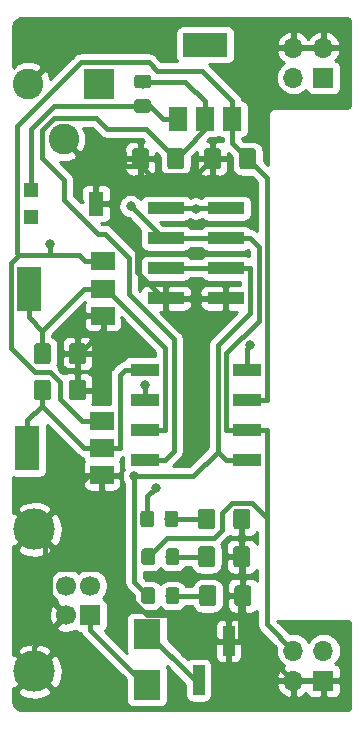
<source format=gtl>
G04 #@! TF.GenerationSoftware,KiCad,Pcbnew,(5.1.4)-1*
G04 #@! TF.CreationDate,2021-06-12T17:19:04+05:30*
G04 #@! TF.ProjectId,Breadboard_Power_Supply,42726561-6462-46f6-9172-645f506f7765,1*
G04 #@! TF.SameCoordinates,Original*
G04 #@! TF.FileFunction,Copper,L1,Top*
G04 #@! TF.FilePolarity,Positive*
%FSLAX46Y46*%
G04 Gerber Fmt 4.6, Leading zero omitted, Abs format (unit mm)*
G04 Created by KiCad (PCBNEW (5.1.4)-1) date 2021-06-12 17:19:04*
%MOMM*%
%LPD*%
G04 APERTURE LIST*
%ADD10R,2.300000X2.500000*%
%ADD11R,1.300000X1.300000*%
%ADD12R,1.300000X2.000000*%
%ADD13R,1.500000X2.000000*%
%ADD14R,3.800000X2.000000*%
%ADD15R,2.440000X1.120000*%
%ADD16C,0.100000*%
%ADD17C,1.150000*%
%ADD18R,3.150000X1.000000*%
%ADD19C,1.425000*%
%ADD20O,1.700000X1.700000*%
%ADD21R,1.700000X1.700000*%
%ADD22R,1.000000X2.510000*%
%ADD23C,1.700000*%
%ADD24C,3.500000*%
%ADD25C,2.600000*%
%ADD26R,2.600000X2.600000*%
%ADD27R,2.000000X1.500000*%
%ADD28R,2.000000X3.800000*%
%ADD29C,0.800000*%
%ADD30C,0.400000*%
%ADD31C,0.254000*%
G04 APERTURE END LIST*
D10*
X144550000Y-112350000D03*
X144550000Y-116650000D03*
D11*
X134750000Y-77050000D03*
D12*
X140250000Y-75900000D03*
D11*
X134750000Y-74750000D03*
D13*
X147200000Y-68750000D03*
X151800000Y-68750000D03*
X149500000Y-68750000D03*
D14*
X149500000Y-62450000D03*
D15*
X153005000Y-89990000D03*
X144395000Y-97610000D03*
X153005000Y-92530000D03*
X144395000Y-95070000D03*
X153005000Y-95070000D03*
X144395000Y-92530000D03*
X153005000Y-97610000D03*
X144395000Y-89990000D03*
D16*
G36*
X147074505Y-108401204D02*
G01*
X147098773Y-108404804D01*
X147122572Y-108410765D01*
X147145671Y-108419030D01*
X147167850Y-108429520D01*
X147188893Y-108442132D01*
X147208599Y-108456747D01*
X147226777Y-108473223D01*
X147243253Y-108491401D01*
X147257868Y-108511107D01*
X147270480Y-108532150D01*
X147280970Y-108554329D01*
X147289235Y-108577428D01*
X147295196Y-108601227D01*
X147298796Y-108625495D01*
X147300000Y-108649999D01*
X147300000Y-109550001D01*
X147298796Y-109574505D01*
X147295196Y-109598773D01*
X147289235Y-109622572D01*
X147280970Y-109645671D01*
X147270480Y-109667850D01*
X147257868Y-109688893D01*
X147243253Y-109708599D01*
X147226777Y-109726777D01*
X147208599Y-109743253D01*
X147188893Y-109757868D01*
X147167850Y-109770480D01*
X147145671Y-109780970D01*
X147122572Y-109789235D01*
X147098773Y-109795196D01*
X147074505Y-109798796D01*
X147050001Y-109800000D01*
X146399999Y-109800000D01*
X146375495Y-109798796D01*
X146351227Y-109795196D01*
X146327428Y-109789235D01*
X146304329Y-109780970D01*
X146282150Y-109770480D01*
X146261107Y-109757868D01*
X146241401Y-109743253D01*
X146223223Y-109726777D01*
X146206747Y-109708599D01*
X146192132Y-109688893D01*
X146179520Y-109667850D01*
X146169030Y-109645671D01*
X146160765Y-109622572D01*
X146154804Y-109598773D01*
X146151204Y-109574505D01*
X146150000Y-109550001D01*
X146150000Y-108649999D01*
X146151204Y-108625495D01*
X146154804Y-108601227D01*
X146160765Y-108577428D01*
X146169030Y-108554329D01*
X146179520Y-108532150D01*
X146192132Y-108511107D01*
X146206747Y-108491401D01*
X146223223Y-108473223D01*
X146241401Y-108456747D01*
X146261107Y-108442132D01*
X146282150Y-108429520D01*
X146304329Y-108419030D01*
X146327428Y-108410765D01*
X146351227Y-108404804D01*
X146375495Y-108401204D01*
X146399999Y-108400000D01*
X147050001Y-108400000D01*
X147074505Y-108401204D01*
X147074505Y-108401204D01*
G37*
D17*
X146725000Y-109100000D03*
D16*
G36*
X145024505Y-108401204D02*
G01*
X145048773Y-108404804D01*
X145072572Y-108410765D01*
X145095671Y-108419030D01*
X145117850Y-108429520D01*
X145138893Y-108442132D01*
X145158599Y-108456747D01*
X145176777Y-108473223D01*
X145193253Y-108491401D01*
X145207868Y-108511107D01*
X145220480Y-108532150D01*
X145230970Y-108554329D01*
X145239235Y-108577428D01*
X145245196Y-108601227D01*
X145248796Y-108625495D01*
X145250000Y-108649999D01*
X145250000Y-109550001D01*
X145248796Y-109574505D01*
X145245196Y-109598773D01*
X145239235Y-109622572D01*
X145230970Y-109645671D01*
X145220480Y-109667850D01*
X145207868Y-109688893D01*
X145193253Y-109708599D01*
X145176777Y-109726777D01*
X145158599Y-109743253D01*
X145138893Y-109757868D01*
X145117850Y-109770480D01*
X145095671Y-109780970D01*
X145072572Y-109789235D01*
X145048773Y-109795196D01*
X145024505Y-109798796D01*
X145000001Y-109800000D01*
X144349999Y-109800000D01*
X144325495Y-109798796D01*
X144301227Y-109795196D01*
X144277428Y-109789235D01*
X144254329Y-109780970D01*
X144232150Y-109770480D01*
X144211107Y-109757868D01*
X144191401Y-109743253D01*
X144173223Y-109726777D01*
X144156747Y-109708599D01*
X144142132Y-109688893D01*
X144129520Y-109667850D01*
X144119030Y-109645671D01*
X144110765Y-109622572D01*
X144104804Y-109598773D01*
X144101204Y-109574505D01*
X144100000Y-109550001D01*
X144100000Y-108649999D01*
X144101204Y-108625495D01*
X144104804Y-108601227D01*
X144110765Y-108577428D01*
X144119030Y-108554329D01*
X144129520Y-108532150D01*
X144142132Y-108511107D01*
X144156747Y-108491401D01*
X144173223Y-108473223D01*
X144191401Y-108456747D01*
X144211107Y-108442132D01*
X144232150Y-108429520D01*
X144254329Y-108419030D01*
X144277428Y-108410765D01*
X144301227Y-108404804D01*
X144325495Y-108401204D01*
X144349999Y-108400000D01*
X145000001Y-108400000D01*
X145024505Y-108401204D01*
X145024505Y-108401204D01*
G37*
D17*
X144675000Y-109100000D03*
D16*
G36*
X144674505Y-67051204D02*
G01*
X144698773Y-67054804D01*
X144722572Y-67060765D01*
X144745671Y-67069030D01*
X144767850Y-67079520D01*
X144788893Y-67092132D01*
X144808599Y-67106747D01*
X144826777Y-67123223D01*
X144843253Y-67141401D01*
X144857868Y-67161107D01*
X144870480Y-67182150D01*
X144880970Y-67204329D01*
X144889235Y-67227428D01*
X144895196Y-67251227D01*
X144898796Y-67275495D01*
X144900000Y-67299999D01*
X144900000Y-67950001D01*
X144898796Y-67974505D01*
X144895196Y-67998773D01*
X144889235Y-68022572D01*
X144880970Y-68045671D01*
X144870480Y-68067850D01*
X144857868Y-68088893D01*
X144843253Y-68108599D01*
X144826777Y-68126777D01*
X144808599Y-68143253D01*
X144788893Y-68157868D01*
X144767850Y-68170480D01*
X144745671Y-68180970D01*
X144722572Y-68189235D01*
X144698773Y-68195196D01*
X144674505Y-68198796D01*
X144650001Y-68200000D01*
X143749999Y-68200000D01*
X143725495Y-68198796D01*
X143701227Y-68195196D01*
X143677428Y-68189235D01*
X143654329Y-68180970D01*
X143632150Y-68170480D01*
X143611107Y-68157868D01*
X143591401Y-68143253D01*
X143573223Y-68126777D01*
X143556747Y-68108599D01*
X143542132Y-68088893D01*
X143529520Y-68067850D01*
X143519030Y-68045671D01*
X143510765Y-68022572D01*
X143504804Y-67998773D01*
X143501204Y-67974505D01*
X143500000Y-67950001D01*
X143500000Y-67299999D01*
X143501204Y-67275495D01*
X143504804Y-67251227D01*
X143510765Y-67227428D01*
X143519030Y-67204329D01*
X143529520Y-67182150D01*
X143542132Y-67161107D01*
X143556747Y-67141401D01*
X143573223Y-67123223D01*
X143591401Y-67106747D01*
X143611107Y-67092132D01*
X143632150Y-67079520D01*
X143654329Y-67069030D01*
X143677428Y-67060765D01*
X143701227Y-67054804D01*
X143725495Y-67051204D01*
X143749999Y-67050000D01*
X144650001Y-67050000D01*
X144674505Y-67051204D01*
X144674505Y-67051204D01*
G37*
D17*
X144200000Y-67625000D03*
D16*
G36*
X144674505Y-65001204D02*
G01*
X144698773Y-65004804D01*
X144722572Y-65010765D01*
X144745671Y-65019030D01*
X144767850Y-65029520D01*
X144788893Y-65042132D01*
X144808599Y-65056747D01*
X144826777Y-65073223D01*
X144843253Y-65091401D01*
X144857868Y-65111107D01*
X144870480Y-65132150D01*
X144880970Y-65154329D01*
X144889235Y-65177428D01*
X144895196Y-65201227D01*
X144898796Y-65225495D01*
X144900000Y-65249999D01*
X144900000Y-65900001D01*
X144898796Y-65924505D01*
X144895196Y-65948773D01*
X144889235Y-65972572D01*
X144880970Y-65995671D01*
X144870480Y-66017850D01*
X144857868Y-66038893D01*
X144843253Y-66058599D01*
X144826777Y-66076777D01*
X144808599Y-66093253D01*
X144788893Y-66107868D01*
X144767850Y-66120480D01*
X144745671Y-66130970D01*
X144722572Y-66139235D01*
X144698773Y-66145196D01*
X144674505Y-66148796D01*
X144650001Y-66150000D01*
X143749999Y-66150000D01*
X143725495Y-66148796D01*
X143701227Y-66145196D01*
X143677428Y-66139235D01*
X143654329Y-66130970D01*
X143632150Y-66120480D01*
X143611107Y-66107868D01*
X143591401Y-66093253D01*
X143573223Y-66076777D01*
X143556747Y-66058599D01*
X143542132Y-66038893D01*
X143529520Y-66017850D01*
X143519030Y-65995671D01*
X143510765Y-65972572D01*
X143504804Y-65948773D01*
X143501204Y-65924505D01*
X143500000Y-65900001D01*
X143500000Y-65249999D01*
X143501204Y-65225495D01*
X143504804Y-65201227D01*
X143510765Y-65177428D01*
X143519030Y-65154329D01*
X143529520Y-65132150D01*
X143542132Y-65111107D01*
X143556747Y-65091401D01*
X143573223Y-65073223D01*
X143591401Y-65056747D01*
X143611107Y-65042132D01*
X143632150Y-65029520D01*
X143654329Y-65019030D01*
X143677428Y-65010765D01*
X143701227Y-65004804D01*
X143725495Y-65001204D01*
X143749999Y-65000000D01*
X144650001Y-65000000D01*
X144674505Y-65001204D01*
X144674505Y-65001204D01*
G37*
D17*
X144200000Y-65575000D03*
D18*
X151225000Y-83910000D03*
X146175000Y-83910000D03*
X151225000Y-81370000D03*
X146175000Y-81370000D03*
X151225000Y-78830000D03*
X146175000Y-78830000D03*
X151225000Y-76290000D03*
X146175000Y-76290000D03*
D16*
G36*
X150199504Y-108226204D02*
G01*
X150223773Y-108229804D01*
X150247571Y-108235765D01*
X150270671Y-108244030D01*
X150292849Y-108254520D01*
X150313893Y-108267133D01*
X150333598Y-108281747D01*
X150351777Y-108298223D01*
X150368253Y-108316402D01*
X150382867Y-108336107D01*
X150395480Y-108357151D01*
X150405970Y-108379329D01*
X150414235Y-108402429D01*
X150420196Y-108426227D01*
X150423796Y-108450496D01*
X150425000Y-108475000D01*
X150425000Y-109725000D01*
X150423796Y-109749504D01*
X150420196Y-109773773D01*
X150414235Y-109797571D01*
X150405970Y-109820671D01*
X150395480Y-109842849D01*
X150382867Y-109863893D01*
X150368253Y-109883598D01*
X150351777Y-109901777D01*
X150333598Y-109918253D01*
X150313893Y-109932867D01*
X150292849Y-109945480D01*
X150270671Y-109955970D01*
X150247571Y-109964235D01*
X150223773Y-109970196D01*
X150199504Y-109973796D01*
X150175000Y-109975000D01*
X149250000Y-109975000D01*
X149225496Y-109973796D01*
X149201227Y-109970196D01*
X149177429Y-109964235D01*
X149154329Y-109955970D01*
X149132151Y-109945480D01*
X149111107Y-109932867D01*
X149091402Y-109918253D01*
X149073223Y-109901777D01*
X149056747Y-109883598D01*
X149042133Y-109863893D01*
X149029520Y-109842849D01*
X149019030Y-109820671D01*
X149010765Y-109797571D01*
X149004804Y-109773773D01*
X149001204Y-109749504D01*
X149000000Y-109725000D01*
X149000000Y-108475000D01*
X149001204Y-108450496D01*
X149004804Y-108426227D01*
X149010765Y-108402429D01*
X149019030Y-108379329D01*
X149029520Y-108357151D01*
X149042133Y-108336107D01*
X149056747Y-108316402D01*
X149073223Y-108298223D01*
X149091402Y-108281747D01*
X149111107Y-108267133D01*
X149132151Y-108254520D01*
X149154329Y-108244030D01*
X149177429Y-108235765D01*
X149201227Y-108229804D01*
X149225496Y-108226204D01*
X149250000Y-108225000D01*
X150175000Y-108225000D01*
X150199504Y-108226204D01*
X150199504Y-108226204D01*
G37*
D19*
X149712500Y-109100000D03*
D16*
G36*
X153174504Y-108226204D02*
G01*
X153198773Y-108229804D01*
X153222571Y-108235765D01*
X153245671Y-108244030D01*
X153267849Y-108254520D01*
X153288893Y-108267133D01*
X153308598Y-108281747D01*
X153326777Y-108298223D01*
X153343253Y-108316402D01*
X153357867Y-108336107D01*
X153370480Y-108357151D01*
X153380970Y-108379329D01*
X153389235Y-108402429D01*
X153395196Y-108426227D01*
X153398796Y-108450496D01*
X153400000Y-108475000D01*
X153400000Y-109725000D01*
X153398796Y-109749504D01*
X153395196Y-109773773D01*
X153389235Y-109797571D01*
X153380970Y-109820671D01*
X153370480Y-109842849D01*
X153357867Y-109863893D01*
X153343253Y-109883598D01*
X153326777Y-109901777D01*
X153308598Y-109918253D01*
X153288893Y-109932867D01*
X153267849Y-109945480D01*
X153245671Y-109955970D01*
X153222571Y-109964235D01*
X153198773Y-109970196D01*
X153174504Y-109973796D01*
X153150000Y-109975000D01*
X152225000Y-109975000D01*
X152200496Y-109973796D01*
X152176227Y-109970196D01*
X152152429Y-109964235D01*
X152129329Y-109955970D01*
X152107151Y-109945480D01*
X152086107Y-109932867D01*
X152066402Y-109918253D01*
X152048223Y-109901777D01*
X152031747Y-109883598D01*
X152017133Y-109863893D01*
X152004520Y-109842849D01*
X151994030Y-109820671D01*
X151985765Y-109797571D01*
X151979804Y-109773773D01*
X151976204Y-109749504D01*
X151975000Y-109725000D01*
X151975000Y-108475000D01*
X151976204Y-108450496D01*
X151979804Y-108426227D01*
X151985765Y-108402429D01*
X151994030Y-108379329D01*
X152004520Y-108357151D01*
X152017133Y-108336107D01*
X152031747Y-108316402D01*
X152048223Y-108298223D01*
X152066402Y-108281747D01*
X152086107Y-108267133D01*
X152107151Y-108254520D01*
X152129329Y-108244030D01*
X152152429Y-108235765D01*
X152176227Y-108229804D01*
X152200496Y-108226204D01*
X152225000Y-108225000D01*
X153150000Y-108225000D01*
X153174504Y-108226204D01*
X153174504Y-108226204D01*
G37*
D19*
X152687500Y-109100000D03*
D16*
G36*
X144499504Y-71226204D02*
G01*
X144523773Y-71229804D01*
X144547571Y-71235765D01*
X144570671Y-71244030D01*
X144592849Y-71254520D01*
X144613893Y-71267133D01*
X144633598Y-71281747D01*
X144651777Y-71298223D01*
X144668253Y-71316402D01*
X144682867Y-71336107D01*
X144695480Y-71357151D01*
X144705970Y-71379329D01*
X144714235Y-71402429D01*
X144720196Y-71426227D01*
X144723796Y-71450496D01*
X144725000Y-71475000D01*
X144725000Y-72725000D01*
X144723796Y-72749504D01*
X144720196Y-72773773D01*
X144714235Y-72797571D01*
X144705970Y-72820671D01*
X144695480Y-72842849D01*
X144682867Y-72863893D01*
X144668253Y-72883598D01*
X144651777Y-72901777D01*
X144633598Y-72918253D01*
X144613893Y-72932867D01*
X144592849Y-72945480D01*
X144570671Y-72955970D01*
X144547571Y-72964235D01*
X144523773Y-72970196D01*
X144499504Y-72973796D01*
X144475000Y-72975000D01*
X143550000Y-72975000D01*
X143525496Y-72973796D01*
X143501227Y-72970196D01*
X143477429Y-72964235D01*
X143454329Y-72955970D01*
X143432151Y-72945480D01*
X143411107Y-72932867D01*
X143391402Y-72918253D01*
X143373223Y-72901777D01*
X143356747Y-72883598D01*
X143342133Y-72863893D01*
X143329520Y-72842849D01*
X143319030Y-72820671D01*
X143310765Y-72797571D01*
X143304804Y-72773773D01*
X143301204Y-72749504D01*
X143300000Y-72725000D01*
X143300000Y-71475000D01*
X143301204Y-71450496D01*
X143304804Y-71426227D01*
X143310765Y-71402429D01*
X143319030Y-71379329D01*
X143329520Y-71357151D01*
X143342133Y-71336107D01*
X143356747Y-71316402D01*
X143373223Y-71298223D01*
X143391402Y-71281747D01*
X143411107Y-71267133D01*
X143432151Y-71254520D01*
X143454329Y-71244030D01*
X143477429Y-71235765D01*
X143501227Y-71229804D01*
X143525496Y-71226204D01*
X143550000Y-71225000D01*
X144475000Y-71225000D01*
X144499504Y-71226204D01*
X144499504Y-71226204D01*
G37*
D19*
X144012500Y-72100000D03*
D16*
G36*
X147474504Y-71226204D02*
G01*
X147498773Y-71229804D01*
X147522571Y-71235765D01*
X147545671Y-71244030D01*
X147567849Y-71254520D01*
X147588893Y-71267133D01*
X147608598Y-71281747D01*
X147626777Y-71298223D01*
X147643253Y-71316402D01*
X147657867Y-71336107D01*
X147670480Y-71357151D01*
X147680970Y-71379329D01*
X147689235Y-71402429D01*
X147695196Y-71426227D01*
X147698796Y-71450496D01*
X147700000Y-71475000D01*
X147700000Y-72725000D01*
X147698796Y-72749504D01*
X147695196Y-72773773D01*
X147689235Y-72797571D01*
X147680970Y-72820671D01*
X147670480Y-72842849D01*
X147657867Y-72863893D01*
X147643253Y-72883598D01*
X147626777Y-72901777D01*
X147608598Y-72918253D01*
X147588893Y-72932867D01*
X147567849Y-72945480D01*
X147545671Y-72955970D01*
X147522571Y-72964235D01*
X147498773Y-72970196D01*
X147474504Y-72973796D01*
X147450000Y-72975000D01*
X146525000Y-72975000D01*
X146500496Y-72973796D01*
X146476227Y-72970196D01*
X146452429Y-72964235D01*
X146429329Y-72955970D01*
X146407151Y-72945480D01*
X146386107Y-72932867D01*
X146366402Y-72918253D01*
X146348223Y-72901777D01*
X146331747Y-72883598D01*
X146317133Y-72863893D01*
X146304520Y-72842849D01*
X146294030Y-72820671D01*
X146285765Y-72797571D01*
X146279804Y-72773773D01*
X146276204Y-72749504D01*
X146275000Y-72725000D01*
X146275000Y-71475000D01*
X146276204Y-71450496D01*
X146279804Y-71426227D01*
X146285765Y-71402429D01*
X146294030Y-71379329D01*
X146304520Y-71357151D01*
X146317133Y-71336107D01*
X146331747Y-71316402D01*
X146348223Y-71298223D01*
X146366402Y-71281747D01*
X146386107Y-71267133D01*
X146407151Y-71254520D01*
X146429329Y-71244030D01*
X146452429Y-71235765D01*
X146476227Y-71229804D01*
X146500496Y-71226204D01*
X146525000Y-71225000D01*
X147450000Y-71225000D01*
X147474504Y-71226204D01*
X147474504Y-71226204D01*
G37*
D19*
X146987500Y-72100000D03*
D16*
G36*
X150599504Y-71226204D02*
G01*
X150623773Y-71229804D01*
X150647571Y-71235765D01*
X150670671Y-71244030D01*
X150692849Y-71254520D01*
X150713893Y-71267133D01*
X150733598Y-71281747D01*
X150751777Y-71298223D01*
X150768253Y-71316402D01*
X150782867Y-71336107D01*
X150795480Y-71357151D01*
X150805970Y-71379329D01*
X150814235Y-71402429D01*
X150820196Y-71426227D01*
X150823796Y-71450496D01*
X150825000Y-71475000D01*
X150825000Y-72725000D01*
X150823796Y-72749504D01*
X150820196Y-72773773D01*
X150814235Y-72797571D01*
X150805970Y-72820671D01*
X150795480Y-72842849D01*
X150782867Y-72863893D01*
X150768253Y-72883598D01*
X150751777Y-72901777D01*
X150733598Y-72918253D01*
X150713893Y-72932867D01*
X150692849Y-72945480D01*
X150670671Y-72955970D01*
X150647571Y-72964235D01*
X150623773Y-72970196D01*
X150599504Y-72973796D01*
X150575000Y-72975000D01*
X149650000Y-72975000D01*
X149625496Y-72973796D01*
X149601227Y-72970196D01*
X149577429Y-72964235D01*
X149554329Y-72955970D01*
X149532151Y-72945480D01*
X149511107Y-72932867D01*
X149491402Y-72918253D01*
X149473223Y-72901777D01*
X149456747Y-72883598D01*
X149442133Y-72863893D01*
X149429520Y-72842849D01*
X149419030Y-72820671D01*
X149410765Y-72797571D01*
X149404804Y-72773773D01*
X149401204Y-72749504D01*
X149400000Y-72725000D01*
X149400000Y-71475000D01*
X149401204Y-71450496D01*
X149404804Y-71426227D01*
X149410765Y-71402429D01*
X149419030Y-71379329D01*
X149429520Y-71357151D01*
X149442133Y-71336107D01*
X149456747Y-71316402D01*
X149473223Y-71298223D01*
X149491402Y-71281747D01*
X149511107Y-71267133D01*
X149532151Y-71254520D01*
X149554329Y-71244030D01*
X149577429Y-71235765D01*
X149601227Y-71229804D01*
X149625496Y-71226204D01*
X149650000Y-71225000D01*
X150575000Y-71225000D01*
X150599504Y-71226204D01*
X150599504Y-71226204D01*
G37*
D19*
X150112500Y-72100000D03*
D16*
G36*
X153574504Y-71226204D02*
G01*
X153598773Y-71229804D01*
X153622571Y-71235765D01*
X153645671Y-71244030D01*
X153667849Y-71254520D01*
X153688893Y-71267133D01*
X153708598Y-71281747D01*
X153726777Y-71298223D01*
X153743253Y-71316402D01*
X153757867Y-71336107D01*
X153770480Y-71357151D01*
X153780970Y-71379329D01*
X153789235Y-71402429D01*
X153795196Y-71426227D01*
X153798796Y-71450496D01*
X153800000Y-71475000D01*
X153800000Y-72725000D01*
X153798796Y-72749504D01*
X153795196Y-72773773D01*
X153789235Y-72797571D01*
X153780970Y-72820671D01*
X153770480Y-72842849D01*
X153757867Y-72863893D01*
X153743253Y-72883598D01*
X153726777Y-72901777D01*
X153708598Y-72918253D01*
X153688893Y-72932867D01*
X153667849Y-72945480D01*
X153645671Y-72955970D01*
X153622571Y-72964235D01*
X153598773Y-72970196D01*
X153574504Y-72973796D01*
X153550000Y-72975000D01*
X152625000Y-72975000D01*
X152600496Y-72973796D01*
X152576227Y-72970196D01*
X152552429Y-72964235D01*
X152529329Y-72955970D01*
X152507151Y-72945480D01*
X152486107Y-72932867D01*
X152466402Y-72918253D01*
X152448223Y-72901777D01*
X152431747Y-72883598D01*
X152417133Y-72863893D01*
X152404520Y-72842849D01*
X152394030Y-72820671D01*
X152385765Y-72797571D01*
X152379804Y-72773773D01*
X152376204Y-72749504D01*
X152375000Y-72725000D01*
X152375000Y-71475000D01*
X152376204Y-71450496D01*
X152379804Y-71426227D01*
X152385765Y-71402429D01*
X152394030Y-71379329D01*
X152404520Y-71357151D01*
X152417133Y-71336107D01*
X152431747Y-71316402D01*
X152448223Y-71298223D01*
X152466402Y-71281747D01*
X152486107Y-71267133D01*
X152507151Y-71254520D01*
X152529329Y-71244030D01*
X152552429Y-71235765D01*
X152576227Y-71229804D01*
X152600496Y-71226204D01*
X152625000Y-71225000D01*
X153550000Y-71225000D01*
X153574504Y-71226204D01*
X153574504Y-71226204D01*
G37*
D19*
X153087500Y-72100000D03*
D20*
X156960000Y-113760000D03*
X159500000Y-113760000D03*
X156960000Y-116300000D03*
D21*
X159500000Y-116300000D03*
D20*
X156960000Y-62710000D03*
X159500000Y-62710000D03*
X156960000Y-65250000D03*
D21*
X159500000Y-65250000D03*
D16*
G36*
X147074505Y-105101204D02*
G01*
X147098773Y-105104804D01*
X147122572Y-105110765D01*
X147145671Y-105119030D01*
X147167850Y-105129520D01*
X147188893Y-105142132D01*
X147208599Y-105156747D01*
X147226777Y-105173223D01*
X147243253Y-105191401D01*
X147257868Y-105211107D01*
X147270480Y-105232150D01*
X147280970Y-105254329D01*
X147289235Y-105277428D01*
X147295196Y-105301227D01*
X147298796Y-105325495D01*
X147300000Y-105349999D01*
X147300000Y-106250001D01*
X147298796Y-106274505D01*
X147295196Y-106298773D01*
X147289235Y-106322572D01*
X147280970Y-106345671D01*
X147270480Y-106367850D01*
X147257868Y-106388893D01*
X147243253Y-106408599D01*
X147226777Y-106426777D01*
X147208599Y-106443253D01*
X147188893Y-106457868D01*
X147167850Y-106470480D01*
X147145671Y-106480970D01*
X147122572Y-106489235D01*
X147098773Y-106495196D01*
X147074505Y-106498796D01*
X147050001Y-106500000D01*
X146399999Y-106500000D01*
X146375495Y-106498796D01*
X146351227Y-106495196D01*
X146327428Y-106489235D01*
X146304329Y-106480970D01*
X146282150Y-106470480D01*
X146261107Y-106457868D01*
X146241401Y-106443253D01*
X146223223Y-106426777D01*
X146206747Y-106408599D01*
X146192132Y-106388893D01*
X146179520Y-106367850D01*
X146169030Y-106345671D01*
X146160765Y-106322572D01*
X146154804Y-106298773D01*
X146151204Y-106274505D01*
X146150000Y-106250001D01*
X146150000Y-105349999D01*
X146151204Y-105325495D01*
X146154804Y-105301227D01*
X146160765Y-105277428D01*
X146169030Y-105254329D01*
X146179520Y-105232150D01*
X146192132Y-105211107D01*
X146206747Y-105191401D01*
X146223223Y-105173223D01*
X146241401Y-105156747D01*
X146261107Y-105142132D01*
X146282150Y-105129520D01*
X146304329Y-105119030D01*
X146327428Y-105110765D01*
X146351227Y-105104804D01*
X146375495Y-105101204D01*
X146399999Y-105100000D01*
X147050001Y-105100000D01*
X147074505Y-105101204D01*
X147074505Y-105101204D01*
G37*
D17*
X146725000Y-105800000D03*
D16*
G36*
X145024505Y-105101204D02*
G01*
X145048773Y-105104804D01*
X145072572Y-105110765D01*
X145095671Y-105119030D01*
X145117850Y-105129520D01*
X145138893Y-105142132D01*
X145158599Y-105156747D01*
X145176777Y-105173223D01*
X145193253Y-105191401D01*
X145207868Y-105211107D01*
X145220480Y-105232150D01*
X145230970Y-105254329D01*
X145239235Y-105277428D01*
X145245196Y-105301227D01*
X145248796Y-105325495D01*
X145250000Y-105349999D01*
X145250000Y-106250001D01*
X145248796Y-106274505D01*
X145245196Y-106298773D01*
X145239235Y-106322572D01*
X145230970Y-106345671D01*
X145220480Y-106367850D01*
X145207868Y-106388893D01*
X145193253Y-106408599D01*
X145176777Y-106426777D01*
X145158599Y-106443253D01*
X145138893Y-106457868D01*
X145117850Y-106470480D01*
X145095671Y-106480970D01*
X145072572Y-106489235D01*
X145048773Y-106495196D01*
X145024505Y-106498796D01*
X145000001Y-106500000D01*
X144349999Y-106500000D01*
X144325495Y-106498796D01*
X144301227Y-106495196D01*
X144277428Y-106489235D01*
X144254329Y-106480970D01*
X144232150Y-106470480D01*
X144211107Y-106457868D01*
X144191401Y-106443253D01*
X144173223Y-106426777D01*
X144156747Y-106408599D01*
X144142132Y-106388893D01*
X144129520Y-106367850D01*
X144119030Y-106345671D01*
X144110765Y-106322572D01*
X144104804Y-106298773D01*
X144101204Y-106274505D01*
X144100000Y-106250001D01*
X144100000Y-105349999D01*
X144101204Y-105325495D01*
X144104804Y-105301227D01*
X144110765Y-105277428D01*
X144119030Y-105254329D01*
X144129520Y-105232150D01*
X144142132Y-105211107D01*
X144156747Y-105191401D01*
X144173223Y-105173223D01*
X144191401Y-105156747D01*
X144211107Y-105142132D01*
X144232150Y-105129520D01*
X144254329Y-105119030D01*
X144277428Y-105110765D01*
X144301227Y-105104804D01*
X144325495Y-105101204D01*
X144349999Y-105100000D01*
X145000001Y-105100000D01*
X145024505Y-105101204D01*
X145024505Y-105101204D01*
G37*
D17*
X144675000Y-105800000D03*
D16*
G36*
X146974505Y-101901204D02*
G01*
X146998773Y-101904804D01*
X147022572Y-101910765D01*
X147045671Y-101919030D01*
X147067850Y-101929520D01*
X147088893Y-101942132D01*
X147108599Y-101956747D01*
X147126777Y-101973223D01*
X147143253Y-101991401D01*
X147157868Y-102011107D01*
X147170480Y-102032150D01*
X147180970Y-102054329D01*
X147189235Y-102077428D01*
X147195196Y-102101227D01*
X147198796Y-102125495D01*
X147200000Y-102149999D01*
X147200000Y-103050001D01*
X147198796Y-103074505D01*
X147195196Y-103098773D01*
X147189235Y-103122572D01*
X147180970Y-103145671D01*
X147170480Y-103167850D01*
X147157868Y-103188893D01*
X147143253Y-103208599D01*
X147126777Y-103226777D01*
X147108599Y-103243253D01*
X147088893Y-103257868D01*
X147067850Y-103270480D01*
X147045671Y-103280970D01*
X147022572Y-103289235D01*
X146998773Y-103295196D01*
X146974505Y-103298796D01*
X146950001Y-103300000D01*
X146299999Y-103300000D01*
X146275495Y-103298796D01*
X146251227Y-103295196D01*
X146227428Y-103289235D01*
X146204329Y-103280970D01*
X146182150Y-103270480D01*
X146161107Y-103257868D01*
X146141401Y-103243253D01*
X146123223Y-103226777D01*
X146106747Y-103208599D01*
X146092132Y-103188893D01*
X146079520Y-103167850D01*
X146069030Y-103145671D01*
X146060765Y-103122572D01*
X146054804Y-103098773D01*
X146051204Y-103074505D01*
X146050000Y-103050001D01*
X146050000Y-102149999D01*
X146051204Y-102125495D01*
X146054804Y-102101227D01*
X146060765Y-102077428D01*
X146069030Y-102054329D01*
X146079520Y-102032150D01*
X146092132Y-102011107D01*
X146106747Y-101991401D01*
X146123223Y-101973223D01*
X146141401Y-101956747D01*
X146161107Y-101942132D01*
X146182150Y-101929520D01*
X146204329Y-101919030D01*
X146227428Y-101910765D01*
X146251227Y-101904804D01*
X146275495Y-101901204D01*
X146299999Y-101900000D01*
X146950001Y-101900000D01*
X146974505Y-101901204D01*
X146974505Y-101901204D01*
G37*
D17*
X146625000Y-102600000D03*
D16*
G36*
X144924505Y-101901204D02*
G01*
X144948773Y-101904804D01*
X144972572Y-101910765D01*
X144995671Y-101919030D01*
X145017850Y-101929520D01*
X145038893Y-101942132D01*
X145058599Y-101956747D01*
X145076777Y-101973223D01*
X145093253Y-101991401D01*
X145107868Y-102011107D01*
X145120480Y-102032150D01*
X145130970Y-102054329D01*
X145139235Y-102077428D01*
X145145196Y-102101227D01*
X145148796Y-102125495D01*
X145150000Y-102149999D01*
X145150000Y-103050001D01*
X145148796Y-103074505D01*
X145145196Y-103098773D01*
X145139235Y-103122572D01*
X145130970Y-103145671D01*
X145120480Y-103167850D01*
X145107868Y-103188893D01*
X145093253Y-103208599D01*
X145076777Y-103226777D01*
X145058599Y-103243253D01*
X145038893Y-103257868D01*
X145017850Y-103270480D01*
X144995671Y-103280970D01*
X144972572Y-103289235D01*
X144948773Y-103295196D01*
X144924505Y-103298796D01*
X144900001Y-103300000D01*
X144249999Y-103300000D01*
X144225495Y-103298796D01*
X144201227Y-103295196D01*
X144177428Y-103289235D01*
X144154329Y-103280970D01*
X144132150Y-103270480D01*
X144111107Y-103257868D01*
X144091401Y-103243253D01*
X144073223Y-103226777D01*
X144056747Y-103208599D01*
X144042132Y-103188893D01*
X144029520Y-103167850D01*
X144019030Y-103145671D01*
X144010765Y-103122572D01*
X144004804Y-103098773D01*
X144001204Y-103074505D01*
X144000000Y-103050001D01*
X144000000Y-102149999D01*
X144001204Y-102125495D01*
X144004804Y-102101227D01*
X144010765Y-102077428D01*
X144019030Y-102054329D01*
X144029520Y-102032150D01*
X144042132Y-102011107D01*
X144056747Y-101991401D01*
X144073223Y-101973223D01*
X144091401Y-101956747D01*
X144111107Y-101942132D01*
X144132150Y-101929520D01*
X144154329Y-101919030D01*
X144177428Y-101910765D01*
X144201227Y-101904804D01*
X144225495Y-101901204D01*
X144249999Y-101900000D01*
X144900001Y-101900000D01*
X144924505Y-101901204D01*
X144924505Y-101901204D01*
G37*
D17*
X144575000Y-102600000D03*
D22*
X148930000Y-116255000D03*
X151470000Y-112945000D03*
D16*
G36*
X150099504Y-104926204D02*
G01*
X150123773Y-104929804D01*
X150147571Y-104935765D01*
X150170671Y-104944030D01*
X150192849Y-104954520D01*
X150213893Y-104967133D01*
X150233598Y-104981747D01*
X150251777Y-104998223D01*
X150268253Y-105016402D01*
X150282867Y-105036107D01*
X150295480Y-105057151D01*
X150305970Y-105079329D01*
X150314235Y-105102429D01*
X150320196Y-105126227D01*
X150323796Y-105150496D01*
X150325000Y-105175000D01*
X150325000Y-106425000D01*
X150323796Y-106449504D01*
X150320196Y-106473773D01*
X150314235Y-106497571D01*
X150305970Y-106520671D01*
X150295480Y-106542849D01*
X150282867Y-106563893D01*
X150268253Y-106583598D01*
X150251777Y-106601777D01*
X150233598Y-106618253D01*
X150213893Y-106632867D01*
X150192849Y-106645480D01*
X150170671Y-106655970D01*
X150147571Y-106664235D01*
X150123773Y-106670196D01*
X150099504Y-106673796D01*
X150075000Y-106675000D01*
X149150000Y-106675000D01*
X149125496Y-106673796D01*
X149101227Y-106670196D01*
X149077429Y-106664235D01*
X149054329Y-106655970D01*
X149032151Y-106645480D01*
X149011107Y-106632867D01*
X148991402Y-106618253D01*
X148973223Y-106601777D01*
X148956747Y-106583598D01*
X148942133Y-106563893D01*
X148929520Y-106542849D01*
X148919030Y-106520671D01*
X148910765Y-106497571D01*
X148904804Y-106473773D01*
X148901204Y-106449504D01*
X148900000Y-106425000D01*
X148900000Y-105175000D01*
X148901204Y-105150496D01*
X148904804Y-105126227D01*
X148910765Y-105102429D01*
X148919030Y-105079329D01*
X148929520Y-105057151D01*
X148942133Y-105036107D01*
X148956747Y-105016402D01*
X148973223Y-104998223D01*
X148991402Y-104981747D01*
X149011107Y-104967133D01*
X149032151Y-104954520D01*
X149054329Y-104944030D01*
X149077429Y-104935765D01*
X149101227Y-104929804D01*
X149125496Y-104926204D01*
X149150000Y-104925000D01*
X150075000Y-104925000D01*
X150099504Y-104926204D01*
X150099504Y-104926204D01*
G37*
D19*
X149612500Y-105800000D03*
D16*
G36*
X153074504Y-104926204D02*
G01*
X153098773Y-104929804D01*
X153122571Y-104935765D01*
X153145671Y-104944030D01*
X153167849Y-104954520D01*
X153188893Y-104967133D01*
X153208598Y-104981747D01*
X153226777Y-104998223D01*
X153243253Y-105016402D01*
X153257867Y-105036107D01*
X153270480Y-105057151D01*
X153280970Y-105079329D01*
X153289235Y-105102429D01*
X153295196Y-105126227D01*
X153298796Y-105150496D01*
X153300000Y-105175000D01*
X153300000Y-106425000D01*
X153298796Y-106449504D01*
X153295196Y-106473773D01*
X153289235Y-106497571D01*
X153280970Y-106520671D01*
X153270480Y-106542849D01*
X153257867Y-106563893D01*
X153243253Y-106583598D01*
X153226777Y-106601777D01*
X153208598Y-106618253D01*
X153188893Y-106632867D01*
X153167849Y-106645480D01*
X153145671Y-106655970D01*
X153122571Y-106664235D01*
X153098773Y-106670196D01*
X153074504Y-106673796D01*
X153050000Y-106675000D01*
X152125000Y-106675000D01*
X152100496Y-106673796D01*
X152076227Y-106670196D01*
X152052429Y-106664235D01*
X152029329Y-106655970D01*
X152007151Y-106645480D01*
X151986107Y-106632867D01*
X151966402Y-106618253D01*
X151948223Y-106601777D01*
X151931747Y-106583598D01*
X151917133Y-106563893D01*
X151904520Y-106542849D01*
X151894030Y-106520671D01*
X151885765Y-106497571D01*
X151879804Y-106473773D01*
X151876204Y-106449504D01*
X151875000Y-106425000D01*
X151875000Y-105175000D01*
X151876204Y-105150496D01*
X151879804Y-105126227D01*
X151885765Y-105102429D01*
X151894030Y-105079329D01*
X151904520Y-105057151D01*
X151917133Y-105036107D01*
X151931747Y-105016402D01*
X151948223Y-104998223D01*
X151966402Y-104981747D01*
X151986107Y-104967133D01*
X152007151Y-104954520D01*
X152029329Y-104944030D01*
X152052429Y-104935765D01*
X152076227Y-104929804D01*
X152100496Y-104926204D01*
X152125000Y-104925000D01*
X153050000Y-104925000D01*
X153074504Y-104926204D01*
X153074504Y-104926204D01*
G37*
D19*
X152587500Y-105800000D03*
D16*
G36*
X150099504Y-101726204D02*
G01*
X150123773Y-101729804D01*
X150147571Y-101735765D01*
X150170671Y-101744030D01*
X150192849Y-101754520D01*
X150213893Y-101767133D01*
X150233598Y-101781747D01*
X150251777Y-101798223D01*
X150268253Y-101816402D01*
X150282867Y-101836107D01*
X150295480Y-101857151D01*
X150305970Y-101879329D01*
X150314235Y-101902429D01*
X150320196Y-101926227D01*
X150323796Y-101950496D01*
X150325000Y-101975000D01*
X150325000Y-103225000D01*
X150323796Y-103249504D01*
X150320196Y-103273773D01*
X150314235Y-103297571D01*
X150305970Y-103320671D01*
X150295480Y-103342849D01*
X150282867Y-103363893D01*
X150268253Y-103383598D01*
X150251777Y-103401777D01*
X150233598Y-103418253D01*
X150213893Y-103432867D01*
X150192849Y-103445480D01*
X150170671Y-103455970D01*
X150147571Y-103464235D01*
X150123773Y-103470196D01*
X150099504Y-103473796D01*
X150075000Y-103475000D01*
X149150000Y-103475000D01*
X149125496Y-103473796D01*
X149101227Y-103470196D01*
X149077429Y-103464235D01*
X149054329Y-103455970D01*
X149032151Y-103445480D01*
X149011107Y-103432867D01*
X148991402Y-103418253D01*
X148973223Y-103401777D01*
X148956747Y-103383598D01*
X148942133Y-103363893D01*
X148929520Y-103342849D01*
X148919030Y-103320671D01*
X148910765Y-103297571D01*
X148904804Y-103273773D01*
X148901204Y-103249504D01*
X148900000Y-103225000D01*
X148900000Y-101975000D01*
X148901204Y-101950496D01*
X148904804Y-101926227D01*
X148910765Y-101902429D01*
X148919030Y-101879329D01*
X148929520Y-101857151D01*
X148942133Y-101836107D01*
X148956747Y-101816402D01*
X148973223Y-101798223D01*
X148991402Y-101781747D01*
X149011107Y-101767133D01*
X149032151Y-101754520D01*
X149054329Y-101744030D01*
X149077429Y-101735765D01*
X149101227Y-101729804D01*
X149125496Y-101726204D01*
X149150000Y-101725000D01*
X150075000Y-101725000D01*
X150099504Y-101726204D01*
X150099504Y-101726204D01*
G37*
D19*
X149612500Y-102600000D03*
D16*
G36*
X153074504Y-101726204D02*
G01*
X153098773Y-101729804D01*
X153122571Y-101735765D01*
X153145671Y-101744030D01*
X153167849Y-101754520D01*
X153188893Y-101767133D01*
X153208598Y-101781747D01*
X153226777Y-101798223D01*
X153243253Y-101816402D01*
X153257867Y-101836107D01*
X153270480Y-101857151D01*
X153280970Y-101879329D01*
X153289235Y-101902429D01*
X153295196Y-101926227D01*
X153298796Y-101950496D01*
X153300000Y-101975000D01*
X153300000Y-103225000D01*
X153298796Y-103249504D01*
X153295196Y-103273773D01*
X153289235Y-103297571D01*
X153280970Y-103320671D01*
X153270480Y-103342849D01*
X153257867Y-103363893D01*
X153243253Y-103383598D01*
X153226777Y-103401777D01*
X153208598Y-103418253D01*
X153188893Y-103432867D01*
X153167849Y-103445480D01*
X153145671Y-103455970D01*
X153122571Y-103464235D01*
X153098773Y-103470196D01*
X153074504Y-103473796D01*
X153050000Y-103475000D01*
X152125000Y-103475000D01*
X152100496Y-103473796D01*
X152076227Y-103470196D01*
X152052429Y-103464235D01*
X152029329Y-103455970D01*
X152007151Y-103445480D01*
X151986107Y-103432867D01*
X151966402Y-103418253D01*
X151948223Y-103401777D01*
X151931747Y-103383598D01*
X151917133Y-103363893D01*
X151904520Y-103342849D01*
X151894030Y-103320671D01*
X151885765Y-103297571D01*
X151879804Y-103273773D01*
X151876204Y-103249504D01*
X151875000Y-103225000D01*
X151875000Y-101975000D01*
X151876204Y-101950496D01*
X151879804Y-101926227D01*
X151885765Y-101902429D01*
X151894030Y-101879329D01*
X151904520Y-101857151D01*
X151917133Y-101836107D01*
X151931747Y-101816402D01*
X151948223Y-101798223D01*
X151966402Y-101781747D01*
X151986107Y-101767133D01*
X152007151Y-101754520D01*
X152029329Y-101744030D01*
X152052429Y-101735765D01*
X152076227Y-101729804D01*
X152100496Y-101726204D01*
X152125000Y-101725000D01*
X153050000Y-101725000D01*
X153074504Y-101726204D01*
X153074504Y-101726204D01*
G37*
D19*
X152587500Y-102600000D03*
D16*
G36*
X139174504Y-87726204D02*
G01*
X139198773Y-87729804D01*
X139222571Y-87735765D01*
X139245671Y-87744030D01*
X139267849Y-87754520D01*
X139288893Y-87767133D01*
X139308598Y-87781747D01*
X139326777Y-87798223D01*
X139343253Y-87816402D01*
X139357867Y-87836107D01*
X139370480Y-87857151D01*
X139380970Y-87879329D01*
X139389235Y-87902429D01*
X139395196Y-87926227D01*
X139398796Y-87950496D01*
X139400000Y-87975000D01*
X139400000Y-89225000D01*
X139398796Y-89249504D01*
X139395196Y-89273773D01*
X139389235Y-89297571D01*
X139380970Y-89320671D01*
X139370480Y-89342849D01*
X139357867Y-89363893D01*
X139343253Y-89383598D01*
X139326777Y-89401777D01*
X139308598Y-89418253D01*
X139288893Y-89432867D01*
X139267849Y-89445480D01*
X139245671Y-89455970D01*
X139222571Y-89464235D01*
X139198773Y-89470196D01*
X139174504Y-89473796D01*
X139150000Y-89475000D01*
X138225000Y-89475000D01*
X138200496Y-89473796D01*
X138176227Y-89470196D01*
X138152429Y-89464235D01*
X138129329Y-89455970D01*
X138107151Y-89445480D01*
X138086107Y-89432867D01*
X138066402Y-89418253D01*
X138048223Y-89401777D01*
X138031747Y-89383598D01*
X138017133Y-89363893D01*
X138004520Y-89342849D01*
X137994030Y-89320671D01*
X137985765Y-89297571D01*
X137979804Y-89273773D01*
X137976204Y-89249504D01*
X137975000Y-89225000D01*
X137975000Y-87975000D01*
X137976204Y-87950496D01*
X137979804Y-87926227D01*
X137985765Y-87902429D01*
X137994030Y-87879329D01*
X138004520Y-87857151D01*
X138017133Y-87836107D01*
X138031747Y-87816402D01*
X138048223Y-87798223D01*
X138066402Y-87781747D01*
X138086107Y-87767133D01*
X138107151Y-87754520D01*
X138129329Y-87744030D01*
X138152429Y-87735765D01*
X138176227Y-87729804D01*
X138200496Y-87726204D01*
X138225000Y-87725000D01*
X139150000Y-87725000D01*
X139174504Y-87726204D01*
X139174504Y-87726204D01*
G37*
D19*
X138687500Y-88600000D03*
D16*
G36*
X136199504Y-87726204D02*
G01*
X136223773Y-87729804D01*
X136247571Y-87735765D01*
X136270671Y-87744030D01*
X136292849Y-87754520D01*
X136313893Y-87767133D01*
X136333598Y-87781747D01*
X136351777Y-87798223D01*
X136368253Y-87816402D01*
X136382867Y-87836107D01*
X136395480Y-87857151D01*
X136405970Y-87879329D01*
X136414235Y-87902429D01*
X136420196Y-87926227D01*
X136423796Y-87950496D01*
X136425000Y-87975000D01*
X136425000Y-89225000D01*
X136423796Y-89249504D01*
X136420196Y-89273773D01*
X136414235Y-89297571D01*
X136405970Y-89320671D01*
X136395480Y-89342849D01*
X136382867Y-89363893D01*
X136368253Y-89383598D01*
X136351777Y-89401777D01*
X136333598Y-89418253D01*
X136313893Y-89432867D01*
X136292849Y-89445480D01*
X136270671Y-89455970D01*
X136247571Y-89464235D01*
X136223773Y-89470196D01*
X136199504Y-89473796D01*
X136175000Y-89475000D01*
X135250000Y-89475000D01*
X135225496Y-89473796D01*
X135201227Y-89470196D01*
X135177429Y-89464235D01*
X135154329Y-89455970D01*
X135132151Y-89445480D01*
X135111107Y-89432867D01*
X135091402Y-89418253D01*
X135073223Y-89401777D01*
X135056747Y-89383598D01*
X135042133Y-89363893D01*
X135029520Y-89342849D01*
X135019030Y-89320671D01*
X135010765Y-89297571D01*
X135004804Y-89273773D01*
X135001204Y-89249504D01*
X135000000Y-89225000D01*
X135000000Y-87975000D01*
X135001204Y-87950496D01*
X135004804Y-87926227D01*
X135010765Y-87902429D01*
X135019030Y-87879329D01*
X135029520Y-87857151D01*
X135042133Y-87836107D01*
X135056747Y-87816402D01*
X135073223Y-87798223D01*
X135091402Y-87781747D01*
X135111107Y-87767133D01*
X135132151Y-87754520D01*
X135154329Y-87744030D01*
X135177429Y-87735765D01*
X135201227Y-87729804D01*
X135225496Y-87726204D01*
X135250000Y-87725000D01*
X136175000Y-87725000D01*
X136199504Y-87726204D01*
X136199504Y-87726204D01*
G37*
D19*
X135712500Y-88600000D03*
D16*
G36*
X139174504Y-90826204D02*
G01*
X139198773Y-90829804D01*
X139222571Y-90835765D01*
X139245671Y-90844030D01*
X139267849Y-90854520D01*
X139288893Y-90867133D01*
X139308598Y-90881747D01*
X139326777Y-90898223D01*
X139343253Y-90916402D01*
X139357867Y-90936107D01*
X139370480Y-90957151D01*
X139380970Y-90979329D01*
X139389235Y-91002429D01*
X139395196Y-91026227D01*
X139398796Y-91050496D01*
X139400000Y-91075000D01*
X139400000Y-92325000D01*
X139398796Y-92349504D01*
X139395196Y-92373773D01*
X139389235Y-92397571D01*
X139380970Y-92420671D01*
X139370480Y-92442849D01*
X139357867Y-92463893D01*
X139343253Y-92483598D01*
X139326777Y-92501777D01*
X139308598Y-92518253D01*
X139288893Y-92532867D01*
X139267849Y-92545480D01*
X139245671Y-92555970D01*
X139222571Y-92564235D01*
X139198773Y-92570196D01*
X139174504Y-92573796D01*
X139150000Y-92575000D01*
X138225000Y-92575000D01*
X138200496Y-92573796D01*
X138176227Y-92570196D01*
X138152429Y-92564235D01*
X138129329Y-92555970D01*
X138107151Y-92545480D01*
X138086107Y-92532867D01*
X138066402Y-92518253D01*
X138048223Y-92501777D01*
X138031747Y-92483598D01*
X138017133Y-92463893D01*
X138004520Y-92442849D01*
X137994030Y-92420671D01*
X137985765Y-92397571D01*
X137979804Y-92373773D01*
X137976204Y-92349504D01*
X137975000Y-92325000D01*
X137975000Y-91075000D01*
X137976204Y-91050496D01*
X137979804Y-91026227D01*
X137985765Y-91002429D01*
X137994030Y-90979329D01*
X138004520Y-90957151D01*
X138017133Y-90936107D01*
X138031747Y-90916402D01*
X138048223Y-90898223D01*
X138066402Y-90881747D01*
X138086107Y-90867133D01*
X138107151Y-90854520D01*
X138129329Y-90844030D01*
X138152429Y-90835765D01*
X138176227Y-90829804D01*
X138200496Y-90826204D01*
X138225000Y-90825000D01*
X139150000Y-90825000D01*
X139174504Y-90826204D01*
X139174504Y-90826204D01*
G37*
D19*
X138687500Y-91700000D03*
D16*
G36*
X136199504Y-90826204D02*
G01*
X136223773Y-90829804D01*
X136247571Y-90835765D01*
X136270671Y-90844030D01*
X136292849Y-90854520D01*
X136313893Y-90867133D01*
X136333598Y-90881747D01*
X136351777Y-90898223D01*
X136368253Y-90916402D01*
X136382867Y-90936107D01*
X136395480Y-90957151D01*
X136405970Y-90979329D01*
X136414235Y-91002429D01*
X136420196Y-91026227D01*
X136423796Y-91050496D01*
X136425000Y-91075000D01*
X136425000Y-92325000D01*
X136423796Y-92349504D01*
X136420196Y-92373773D01*
X136414235Y-92397571D01*
X136405970Y-92420671D01*
X136395480Y-92442849D01*
X136382867Y-92463893D01*
X136368253Y-92483598D01*
X136351777Y-92501777D01*
X136333598Y-92518253D01*
X136313893Y-92532867D01*
X136292849Y-92545480D01*
X136270671Y-92555970D01*
X136247571Y-92564235D01*
X136223773Y-92570196D01*
X136199504Y-92573796D01*
X136175000Y-92575000D01*
X135250000Y-92575000D01*
X135225496Y-92573796D01*
X135201227Y-92570196D01*
X135177429Y-92564235D01*
X135154329Y-92555970D01*
X135132151Y-92545480D01*
X135111107Y-92532867D01*
X135091402Y-92518253D01*
X135073223Y-92501777D01*
X135056747Y-92483598D01*
X135042133Y-92463893D01*
X135029520Y-92442849D01*
X135019030Y-92420671D01*
X135010765Y-92397571D01*
X135004804Y-92373773D01*
X135001204Y-92349504D01*
X135000000Y-92325000D01*
X135000000Y-91075000D01*
X135001204Y-91050496D01*
X135004804Y-91026227D01*
X135010765Y-91002429D01*
X135019030Y-90979329D01*
X135029520Y-90957151D01*
X135042133Y-90936107D01*
X135056747Y-90916402D01*
X135073223Y-90898223D01*
X135091402Y-90881747D01*
X135111107Y-90867133D01*
X135132151Y-90854520D01*
X135154329Y-90844030D01*
X135177429Y-90835765D01*
X135201227Y-90829804D01*
X135225496Y-90826204D01*
X135250000Y-90825000D01*
X136175000Y-90825000D01*
X136199504Y-90826204D01*
X136199504Y-90826204D01*
G37*
D19*
X135712500Y-91700000D03*
D21*
X139750000Y-110750000D03*
D23*
X139750000Y-108250000D03*
X137750000Y-108250000D03*
X137750000Y-110750000D03*
D24*
X135040000Y-115520000D03*
X135040000Y-103480000D03*
D25*
X137500000Y-70450000D03*
X134500000Y-65750000D03*
D26*
X140500000Y-65750000D03*
D27*
X140850000Y-85400000D03*
X140850000Y-80800000D03*
X140850000Y-83100000D03*
D28*
X134550000Y-83100000D03*
D27*
X140750000Y-98900000D03*
X140750000Y-94300000D03*
X140750000Y-96600000D03*
D28*
X134450000Y-96600000D03*
D29*
X137439100Y-89958000D03*
X144395000Y-91260000D03*
X145302400Y-99944600D03*
X148700000Y-76331200D03*
X153314000Y-87874600D03*
X143176900Y-76117600D03*
X136375300Y-79292600D03*
X143477800Y-98982500D03*
D30*
X144012500Y-72701000D02*
X140748800Y-72701000D01*
X140748800Y-72701000D02*
X140249900Y-73199900D01*
X150112500Y-72100000D02*
X148716500Y-73496000D01*
X148716500Y-73496000D02*
X144807500Y-73496000D01*
X144807500Y-73496000D02*
X144012500Y-72701000D01*
X144012500Y-72100000D02*
X144012500Y-72701000D01*
X140249900Y-73199900D02*
X140249900Y-74399700D01*
X140249900Y-74399700D02*
X140250000Y-74399700D01*
X137500000Y-70450000D02*
X140249900Y-73199900D01*
X140250000Y-75900000D02*
X140250000Y-74399700D01*
X138687500Y-89958000D02*
X138687500Y-88600000D01*
X152587500Y-105800000D02*
X152687500Y-105900000D01*
X152687500Y-105900000D02*
X152687500Y-109100000D01*
X152587500Y-105800000D02*
X152587500Y-102600000D01*
X151470000Y-112945000D02*
X152470300Y-112945000D01*
X152470300Y-112945000D02*
X152470300Y-109317200D01*
X152470300Y-109317200D02*
X152687500Y-109100000D01*
X138687500Y-91700000D02*
X138687500Y-89958000D01*
X137439100Y-89958000D02*
X138687500Y-89958000D01*
X140250000Y-75900000D02*
X141400300Y-75900000D01*
X146175000Y-83910000D02*
X151225000Y-83910000D01*
X141400300Y-75900000D02*
X143751100Y-78250800D01*
X143751100Y-78250800D02*
X143751100Y-81734900D01*
X143751100Y-81734900D02*
X145926200Y-83910000D01*
X145926200Y-83910000D02*
X146175000Y-83910000D01*
X135895000Y-103480000D02*
X135895000Y-106390500D01*
X135895000Y-106390500D02*
X136358700Y-106854200D01*
X136358700Y-106854200D02*
X136358700Y-109358700D01*
X136358700Y-109358700D02*
X137750000Y-110750000D01*
X135895000Y-103480000D02*
X135040000Y-103480000D01*
X135040000Y-115520000D02*
X135040000Y-113460000D01*
X135040000Y-113460000D02*
X137750000Y-110750000D01*
X139620000Y-98900000D02*
X140750000Y-98900000D01*
X135040000Y-103480000D02*
X139620000Y-98900000D01*
X138800000Y-88600000D02*
X138687500Y-88600000D01*
X140850000Y-86550000D02*
X138800000Y-88600000D01*
X140850000Y-85400000D02*
X140850000Y-86550000D01*
X153605000Y-112945000D02*
X156960000Y-116300000D01*
X152470300Y-112945000D02*
X153605000Y-112945000D01*
X150570000Y-112945000D02*
X151470000Y-112945000D01*
X148375000Y-110750000D02*
X150570000Y-112945000D01*
X144550000Y-110750000D02*
X148375000Y-110750000D01*
X136358700Y-106854200D02*
X140654200Y-106854200D01*
X140654200Y-106854200D02*
X144550000Y-110750000D01*
X144395000Y-92530000D02*
X144395000Y-91260000D01*
X139750000Y-112000000D02*
X139750000Y-110750000D01*
X144150000Y-116400000D02*
X139750000Y-112000000D01*
X145300000Y-116400000D02*
X144150000Y-116400000D01*
X144575000Y-102600000D02*
X144575000Y-100672000D01*
X144575000Y-100672000D02*
X145302400Y-99944600D01*
X148700000Y-76331200D02*
X148658800Y-76290000D01*
X148658800Y-76290000D02*
X148250300Y-76290000D01*
X148700000Y-76331200D02*
X148741200Y-76290000D01*
X148741200Y-76290000D02*
X149149700Y-76290000D01*
X146175000Y-76290000D02*
X148250300Y-76290000D01*
X151225000Y-76290000D02*
X149149700Y-76290000D01*
X153314000Y-87874600D02*
X153005000Y-88183600D01*
X153005000Y-88183600D02*
X153005000Y-89990000D01*
X146175000Y-78830000D02*
X145889300Y-78830000D01*
X145889300Y-78830000D02*
X143176900Y-76117600D01*
X153005000Y-95070000D02*
X154725300Y-95070000D01*
X154725300Y-101218800D02*
X154725300Y-95070000D01*
X151766600Y-101218800D02*
X150876400Y-102109000D01*
X150876400Y-102109000D02*
X150876400Y-103544700D01*
X150876400Y-103544700D02*
X150221100Y-104200000D01*
X150221100Y-104200000D02*
X146275000Y-104200000D01*
X146275000Y-104200000D02*
X144675000Y-105800000D01*
X151225000Y-78830000D02*
X153300300Y-78830000D01*
X153005000Y-95070000D02*
X151284700Y-95070000D01*
X151284700Y-95070000D02*
X151284700Y-88593700D01*
X151284700Y-88593700D02*
X154026400Y-85852000D01*
X154026400Y-85852000D02*
X154026400Y-79556100D01*
X154026400Y-79556100D02*
X153300300Y-78830000D01*
X151225000Y-78830000D02*
X146175000Y-78830000D01*
X154725300Y-111525300D02*
X156960000Y-113760000D01*
X153418800Y-101218800D02*
X154725300Y-102525300D01*
X151766600Y-101218800D02*
X153418800Y-101218800D01*
X154725300Y-101218800D02*
X154725300Y-102525300D01*
X154725300Y-102525300D02*
X154725300Y-111525300D01*
X149612500Y-102600000D02*
X146625000Y-102600000D01*
X149612500Y-105800000D02*
X146725000Y-105800000D01*
X148605000Y-116255000D02*
X148930000Y-116255000D01*
X144600000Y-112250000D02*
X148605000Y-116255000D01*
X144600000Y-112150000D02*
X144600000Y-112250000D01*
X136375300Y-80265700D02*
X136375300Y-79292600D01*
X136375300Y-80265700D02*
X133719800Y-80265700D01*
X139349700Y-80800000D02*
X138815400Y-80265700D01*
X138815400Y-80265700D02*
X136375300Y-80265700D01*
X151800000Y-68750000D02*
X151800000Y-67249700D01*
X133719800Y-80265700D02*
X133555700Y-80101600D01*
X133555700Y-80101600D02*
X133555700Y-69354900D01*
X133555700Y-69354900D02*
X138967400Y-63943200D01*
X138967400Y-63943200D02*
X144701000Y-63943200D01*
X144701000Y-63943200D02*
X145410300Y-64652500D01*
X145410300Y-64652500D02*
X149202800Y-64652500D01*
X149202800Y-64652500D02*
X151800000Y-67249700D01*
X133719800Y-80265700D02*
X133049600Y-80935900D01*
X133049600Y-80935900D02*
X133049600Y-88097000D01*
X133049600Y-88097000D02*
X135102600Y-90150000D01*
X135102600Y-90150000D02*
X136356500Y-90150000D01*
X136356500Y-90150000D02*
X137200000Y-90993500D01*
X137200000Y-90993500D02*
X137200000Y-92425500D01*
X137200000Y-92425500D02*
X139074500Y-94300000D01*
X139074500Y-94300000D02*
X140750000Y-94300000D01*
X153005000Y-92530000D02*
X154725300Y-92530000D01*
X154725300Y-92530000D02*
X154729900Y-92525400D01*
X154729900Y-92525400D02*
X154729900Y-73742400D01*
X154729900Y-73742400D02*
X153087500Y-72100000D01*
X151800000Y-70250300D02*
X151800000Y-70812500D01*
X151800000Y-70812500D02*
X153087500Y-72100000D01*
X140850000Y-80800000D02*
X139349700Y-80800000D01*
X151800000Y-68750000D02*
X151800000Y-70250300D01*
X146987500Y-72100000D02*
X144500000Y-69612500D01*
X144500000Y-69612500D02*
X141212600Y-69612500D01*
X141212600Y-69612500D02*
X140237300Y-68637200D01*
X140237300Y-68637200D02*
X136705300Y-68637200D01*
X136705300Y-68637200D02*
X135675400Y-69667100D01*
X135675400Y-69667100D02*
X135675400Y-72025400D01*
X135675400Y-72025400D02*
X137550600Y-73900600D01*
X137550600Y-73900600D02*
X137550600Y-75572400D01*
X137550600Y-75572400D02*
X140425600Y-78447400D01*
X140425600Y-78447400D02*
X140973400Y-78447400D01*
X140973400Y-78447400D02*
X143050700Y-80524700D01*
X143050700Y-80524700D02*
X143050700Y-83583200D01*
X143050700Y-83583200D02*
X146834100Y-87366600D01*
X146834100Y-87366600D02*
X146834100Y-96891200D01*
X146834100Y-96891200D02*
X146115300Y-97610000D01*
X144395000Y-97610000D02*
X146115300Y-97610000D01*
X149500000Y-68750000D02*
X149500000Y-67249700D01*
X149500000Y-67249700D02*
X147825300Y-65575000D01*
X147825300Y-65575000D02*
X144200000Y-65575000D01*
X147758847Y-71328653D02*
X146987500Y-72100000D01*
X149500000Y-69587500D02*
X147758847Y-71328653D01*
X149500000Y-68750000D02*
X149500000Y-69587500D01*
X135649700Y-93000000D02*
X135712500Y-92937200D01*
X135712500Y-92937200D02*
X135712500Y-91700000D01*
X134450000Y-94199700D02*
X135649700Y-93000000D01*
X139249700Y-96600000D02*
X135649700Y-93000000D01*
X140750000Y-96600000D02*
X142250300Y-96600000D01*
X144395000Y-89990000D02*
X142674700Y-89990000D01*
X142674700Y-89990000D02*
X142250300Y-90414400D01*
X142250300Y-90414400D02*
X142250300Y-96600000D01*
X140750000Y-96600000D02*
X139249700Y-96600000D01*
X134450000Y-96600000D02*
X134450000Y-94199700D01*
X144395000Y-95070000D02*
X146115300Y-95070000D01*
X135712500Y-86662800D02*
X139275300Y-83100000D01*
X139275300Y-83100000D02*
X140850000Y-83100000D01*
X135712500Y-86662800D02*
X135712500Y-88600000D01*
X134550000Y-85500300D02*
X135712500Y-86662800D01*
X134550000Y-83100000D02*
X134550000Y-85500300D01*
X146115300Y-88115300D02*
X146115300Y-89384700D01*
X141100000Y-83100000D02*
X146115300Y-88115300D01*
X140850000Y-83100000D02*
X141100000Y-83100000D01*
X146115300Y-95070000D02*
X146115300Y-89384700D01*
X146115300Y-89384700D02*
X146115300Y-89146600D01*
X149712500Y-109100000D02*
X146725000Y-109100000D01*
X153300300Y-81370000D02*
X153300300Y-85157800D01*
X153300300Y-85157800D02*
X150568800Y-87889300D01*
X150568800Y-87889300D02*
X150568800Y-96894100D01*
X150568800Y-96894100D02*
X151284700Y-97610000D01*
X150568800Y-96894100D02*
X148480400Y-98982500D01*
X148480400Y-98982500D02*
X143477800Y-98982500D01*
X144675000Y-109100000D02*
X143477800Y-107902800D01*
X143477800Y-107902800D02*
X143477800Y-98982500D01*
X153005000Y-97610000D02*
X151284700Y-97610000D01*
X151225000Y-81370000D02*
X153300300Y-81370000D01*
X146175000Y-81370000D02*
X151225000Y-81370000D01*
X147200000Y-68750000D02*
X145949700Y-68750000D01*
X144200000Y-67625000D02*
X136727000Y-67625000D01*
X136727000Y-67625000D02*
X134750000Y-69602000D01*
X134750000Y-69602000D02*
X134750000Y-74750000D01*
X145949700Y-68750000D02*
X144824700Y-67625000D01*
X144824700Y-67625000D02*
X144200000Y-67625000D01*
D31*
G36*
X138630263Y-97161432D02*
G01*
X138656409Y-97193291D01*
X138688268Y-97219437D01*
X138688270Y-97219439D01*
X138783554Y-97297636D01*
X138928613Y-97375172D01*
X139086011Y-97422918D01*
X139119434Y-97426210D01*
X139124188Y-97474482D01*
X139160498Y-97594180D01*
X139219463Y-97704494D01*
X139256809Y-97750000D01*
X139219463Y-97795506D01*
X139160498Y-97905820D01*
X139124188Y-98025518D01*
X139111928Y-98150000D01*
X139115000Y-98614250D01*
X139273750Y-98773000D01*
X140623000Y-98773000D01*
X140623000Y-98753000D01*
X140877000Y-98753000D01*
X140877000Y-98773000D01*
X142226250Y-98773000D01*
X142385000Y-98614250D01*
X142388072Y-98150000D01*
X142375812Y-98025518D01*
X142339502Y-97905820D01*
X142280537Y-97795506D01*
X142243191Y-97750000D01*
X142280537Y-97704494D01*
X142339502Y-97594180D01*
X142375812Y-97474482D01*
X142380566Y-97426210D01*
X142413989Y-97422918D01*
X142536928Y-97385625D01*
X142536928Y-98170000D01*
X142549188Y-98294482D01*
X142585498Y-98414180D01*
X142597612Y-98436844D01*
X142560595Y-98492244D01*
X142482574Y-98680602D01*
X142442800Y-98880561D01*
X142442800Y-99084439D01*
X142482574Y-99284398D01*
X142560595Y-99472756D01*
X142642801Y-99595786D01*
X142642800Y-107861781D01*
X142638760Y-107902800D01*
X142642800Y-107943818D01*
X142654882Y-108066488D01*
X142702628Y-108223886D01*
X142780164Y-108368945D01*
X142884509Y-108496091D01*
X142916379Y-108522246D01*
X143461928Y-109067795D01*
X143461928Y-109550001D01*
X143478992Y-109723255D01*
X143529528Y-109889851D01*
X143611595Y-110043387D01*
X143722038Y-110177962D01*
X143856613Y-110288405D01*
X144010149Y-110370472D01*
X144176745Y-110421008D01*
X144349999Y-110438072D01*
X145000001Y-110438072D01*
X145173255Y-110421008D01*
X145339851Y-110370472D01*
X145493387Y-110288405D01*
X145627962Y-110177962D01*
X145700000Y-110090184D01*
X145772038Y-110177962D01*
X145906613Y-110288405D01*
X146060149Y-110370472D01*
X146226745Y-110421008D01*
X146399999Y-110438072D01*
X147050001Y-110438072D01*
X147223255Y-110421008D01*
X147389851Y-110370472D01*
X147543387Y-110288405D01*
X147677962Y-110177962D01*
X147788405Y-110043387D01*
X147846339Y-109935000D01*
X148390139Y-109935000D01*
X148429528Y-110064850D01*
X148511595Y-110218386D01*
X148622038Y-110352962D01*
X148756614Y-110463405D01*
X148910150Y-110545472D01*
X149076746Y-110596008D01*
X149250000Y-110613072D01*
X150175000Y-110613072D01*
X150348254Y-110596008D01*
X150514850Y-110545472D01*
X150668386Y-110463405D01*
X150802962Y-110352962D01*
X150913405Y-110218386D01*
X150995472Y-110064850D01*
X151022727Y-109975000D01*
X151336928Y-109975000D01*
X151349188Y-110099482D01*
X151385498Y-110219180D01*
X151444463Y-110329494D01*
X151523815Y-110426185D01*
X151620506Y-110505537D01*
X151730820Y-110564502D01*
X151850518Y-110600812D01*
X151975000Y-110613072D01*
X152401750Y-110610000D01*
X152560500Y-110451250D01*
X152560500Y-109227000D01*
X151498750Y-109227000D01*
X151340000Y-109385750D01*
X151336928Y-109975000D01*
X151022727Y-109975000D01*
X151046008Y-109898254D01*
X151063072Y-109725000D01*
X151063072Y-108475000D01*
X151046008Y-108301746D01*
X151022728Y-108225000D01*
X151336928Y-108225000D01*
X151340000Y-108814250D01*
X151498750Y-108973000D01*
X152560500Y-108973000D01*
X152560500Y-107748750D01*
X152401750Y-107590000D01*
X151975000Y-107586928D01*
X151850518Y-107599188D01*
X151730820Y-107635498D01*
X151620506Y-107694463D01*
X151523815Y-107773815D01*
X151444463Y-107870506D01*
X151385498Y-107980820D01*
X151349188Y-108100518D01*
X151336928Y-108225000D01*
X151022728Y-108225000D01*
X150995472Y-108135150D01*
X150913405Y-107981614D01*
X150802962Y-107847038D01*
X150668386Y-107736595D01*
X150514850Y-107654528D01*
X150348254Y-107603992D01*
X150175000Y-107586928D01*
X149250000Y-107586928D01*
X149076746Y-107603992D01*
X148910150Y-107654528D01*
X148756614Y-107736595D01*
X148622038Y-107847038D01*
X148511595Y-107981614D01*
X148429528Y-108135150D01*
X148390139Y-108265000D01*
X147846339Y-108265000D01*
X147788405Y-108156613D01*
X147677962Y-108022038D01*
X147543387Y-107911595D01*
X147389851Y-107829528D01*
X147223255Y-107778992D01*
X147050001Y-107761928D01*
X146399999Y-107761928D01*
X146226745Y-107778992D01*
X146060149Y-107829528D01*
X145906613Y-107911595D01*
X145772038Y-108022038D01*
X145700000Y-108109816D01*
X145627962Y-108022038D01*
X145493387Y-107911595D01*
X145339851Y-107829528D01*
X145173255Y-107778992D01*
X145000001Y-107761928D01*
X144517795Y-107761928D01*
X144312800Y-107556933D01*
X144312800Y-107134408D01*
X144349999Y-107138072D01*
X145000001Y-107138072D01*
X145173255Y-107121008D01*
X145339851Y-107070472D01*
X145493387Y-106988405D01*
X145627962Y-106877962D01*
X145700000Y-106790184D01*
X145772038Y-106877962D01*
X145906613Y-106988405D01*
X146060149Y-107070472D01*
X146226745Y-107121008D01*
X146399999Y-107138072D01*
X147050001Y-107138072D01*
X147223255Y-107121008D01*
X147389851Y-107070472D01*
X147543387Y-106988405D01*
X147677962Y-106877962D01*
X147788405Y-106743387D01*
X147846339Y-106635000D01*
X148290139Y-106635000D01*
X148329528Y-106764850D01*
X148411595Y-106918386D01*
X148522038Y-107052962D01*
X148656614Y-107163405D01*
X148810150Y-107245472D01*
X148976746Y-107296008D01*
X149150000Y-107313072D01*
X150075000Y-107313072D01*
X150248254Y-107296008D01*
X150414850Y-107245472D01*
X150568386Y-107163405D01*
X150702962Y-107052962D01*
X150813405Y-106918386D01*
X150895472Y-106764850D01*
X150922727Y-106675000D01*
X151236928Y-106675000D01*
X151249188Y-106799482D01*
X151285498Y-106919180D01*
X151344463Y-107029494D01*
X151423815Y-107126185D01*
X151520506Y-107205537D01*
X151630820Y-107264502D01*
X151750518Y-107300812D01*
X151875000Y-107313072D01*
X152301750Y-107310000D01*
X152460500Y-107151250D01*
X152460500Y-105927000D01*
X151398750Y-105927000D01*
X151240000Y-106085750D01*
X151236928Y-106675000D01*
X150922727Y-106675000D01*
X150946008Y-106598254D01*
X150963072Y-106425000D01*
X150963072Y-105175000D01*
X150946008Y-105001746D01*
X150922728Y-104925000D01*
X151236928Y-104925000D01*
X151240000Y-105514250D01*
X151398750Y-105673000D01*
X152460500Y-105673000D01*
X152460500Y-104448750D01*
X152301750Y-104290000D01*
X151875000Y-104286928D01*
X151750518Y-104299188D01*
X151630820Y-104335498D01*
X151520506Y-104394463D01*
X151423815Y-104473815D01*
X151344463Y-104570506D01*
X151285498Y-104680820D01*
X151249188Y-104800518D01*
X151236928Y-104925000D01*
X150922728Y-104925000D01*
X150895472Y-104835150D01*
X150850658Y-104751309D01*
X151437826Y-104164142D01*
X151469691Y-104137991D01*
X151560743Y-104027044D01*
X151630820Y-104064502D01*
X151750518Y-104100812D01*
X151875000Y-104113072D01*
X152301750Y-104110000D01*
X152460500Y-103951250D01*
X152460500Y-102727000D01*
X152440500Y-102727000D01*
X152440500Y-102473000D01*
X152460500Y-102473000D01*
X152460500Y-102453000D01*
X152714500Y-102453000D01*
X152714500Y-102473000D01*
X152734500Y-102473000D01*
X152734500Y-102727000D01*
X152714500Y-102727000D01*
X152714500Y-103951250D01*
X152873250Y-104110000D01*
X153300000Y-104113072D01*
X153424482Y-104100812D01*
X153544180Y-104064502D01*
X153654494Y-104005537D01*
X153751185Y-103926185D01*
X153830537Y-103829494D01*
X153889502Y-103719180D01*
X153890300Y-103716549D01*
X153890300Y-104683451D01*
X153889502Y-104680820D01*
X153830537Y-104570506D01*
X153751185Y-104473815D01*
X153654494Y-104394463D01*
X153544180Y-104335498D01*
X153424482Y-104299188D01*
X153300000Y-104286928D01*
X152873250Y-104290000D01*
X152714500Y-104448750D01*
X152714500Y-105673000D01*
X152734500Y-105673000D01*
X152734500Y-105927000D01*
X152714500Y-105927000D01*
X152714500Y-107151250D01*
X152873250Y-107310000D01*
X153300000Y-107313072D01*
X153424482Y-107300812D01*
X153544180Y-107264502D01*
X153654494Y-107205537D01*
X153751185Y-107126185D01*
X153830537Y-107029494D01*
X153889502Y-106919180D01*
X153890300Y-106916548D01*
X153890301Y-107821478D01*
X153851185Y-107773815D01*
X153754494Y-107694463D01*
X153644180Y-107635498D01*
X153524482Y-107599188D01*
X153400000Y-107586928D01*
X152973250Y-107590000D01*
X152814500Y-107748750D01*
X152814500Y-108973000D01*
X152834500Y-108973000D01*
X152834500Y-109227000D01*
X152814500Y-109227000D01*
X152814500Y-110451250D01*
X152973250Y-110610000D01*
X153400000Y-110613072D01*
X153524482Y-110600812D01*
X153644180Y-110564502D01*
X153754494Y-110505537D01*
X153851185Y-110426185D01*
X153890301Y-110378522D01*
X153890301Y-111484271D01*
X153886260Y-111525300D01*
X153902382Y-111688988D01*
X153950128Y-111846386D01*
X154027664Y-111991445D01*
X154027665Y-111991446D01*
X154132010Y-112118591D01*
X154163874Y-112144741D01*
X155495728Y-113476596D01*
X155467815Y-113760000D01*
X155496487Y-114051111D01*
X155581401Y-114331034D01*
X155719294Y-114589014D01*
X155904866Y-114815134D01*
X156130986Y-115000706D01*
X156195523Y-115035201D01*
X156078645Y-115104822D01*
X155862412Y-115299731D01*
X155688359Y-115533080D01*
X155563175Y-115795901D01*
X155518524Y-115943110D01*
X155639845Y-116173000D01*
X156833000Y-116173000D01*
X156833000Y-116153000D01*
X157087000Y-116153000D01*
X157087000Y-116173000D01*
X159373000Y-116173000D01*
X159373000Y-116153000D01*
X159627000Y-116153000D01*
X159627000Y-116173000D01*
X160826250Y-116173000D01*
X160985000Y-116014250D01*
X160988072Y-115450000D01*
X160975812Y-115325518D01*
X160939502Y-115205820D01*
X160880537Y-115095506D01*
X160801185Y-114998815D01*
X160704494Y-114919463D01*
X160594180Y-114860498D01*
X160525313Y-114839607D01*
X160555134Y-114815134D01*
X160740706Y-114589014D01*
X160878599Y-114331034D01*
X160963513Y-114051111D01*
X160992185Y-113760000D01*
X160963513Y-113468889D01*
X160878599Y-113188966D01*
X160740706Y-112930986D01*
X160555134Y-112704866D01*
X160329014Y-112519294D01*
X160071034Y-112381401D01*
X159791111Y-112296487D01*
X159572950Y-112275000D01*
X159427050Y-112275000D01*
X159208889Y-112296487D01*
X158928966Y-112381401D01*
X158670986Y-112519294D01*
X158444866Y-112704866D01*
X158259294Y-112930986D01*
X158230000Y-112985791D01*
X158200706Y-112930986D01*
X158015134Y-112704866D01*
X157789014Y-112519294D01*
X157531034Y-112381401D01*
X157251111Y-112296487D01*
X157032950Y-112275000D01*
X156887050Y-112275000D01*
X156676596Y-112295728D01*
X155590867Y-111210000D01*
X161465278Y-111210000D01*
X161555665Y-111218863D01*
X161609214Y-111235030D01*
X161658597Y-111261288D01*
X161701945Y-111296641D01*
X161737600Y-111339740D01*
X161764201Y-111388937D01*
X161780742Y-111442375D01*
X161790000Y-111530455D01*
X161790001Y-118465269D01*
X161781138Y-118555664D01*
X161764970Y-118609214D01*
X161738712Y-118658597D01*
X161703357Y-118701947D01*
X161660261Y-118737599D01*
X161611063Y-118764201D01*
X161557625Y-118780742D01*
X161469545Y-118790000D01*
X134034729Y-118790000D01*
X133847216Y-118771614D01*
X133700252Y-118727243D01*
X133564703Y-118655171D01*
X133445742Y-118558148D01*
X133347882Y-118439856D01*
X133274868Y-118304819D01*
X133229471Y-118158167D01*
X133210000Y-117972908D01*
X133210000Y-117189609D01*
X133549997Y-117189609D01*
X133736073Y-117530766D01*
X134153409Y-117746513D01*
X134604815Y-117876696D01*
X135072946Y-117916313D01*
X135539811Y-117863842D01*
X135987468Y-117721297D01*
X136343927Y-117530766D01*
X136530003Y-117189609D01*
X135040000Y-115699605D01*
X133549997Y-117189609D01*
X133210000Y-117189609D01*
X133210000Y-116922522D01*
X133370391Y-117010003D01*
X134860395Y-115520000D01*
X135219605Y-115520000D01*
X136709609Y-117010003D01*
X137050766Y-116823927D01*
X137266513Y-116406591D01*
X137396696Y-115955185D01*
X137436313Y-115487054D01*
X137383842Y-115020189D01*
X137241297Y-114572532D01*
X137050766Y-114216073D01*
X136709609Y-114029997D01*
X135219605Y-115520000D01*
X134860395Y-115520000D01*
X133370391Y-114029997D01*
X133210000Y-114117478D01*
X133210000Y-113850391D01*
X133549997Y-113850391D01*
X135040000Y-115340395D01*
X136530003Y-113850391D01*
X136343927Y-113509234D01*
X135926591Y-113293487D01*
X135475185Y-113163304D01*
X135007054Y-113123687D01*
X134540189Y-113176158D01*
X134092532Y-113318703D01*
X133736073Y-113509234D01*
X133549997Y-113850391D01*
X133210000Y-113850391D01*
X133210000Y-110818531D01*
X136259389Y-110818531D01*
X136301401Y-111108019D01*
X136399081Y-111383747D01*
X136472528Y-111521157D01*
X136721603Y-111598792D01*
X137570395Y-110750000D01*
X136721603Y-109901208D01*
X136472528Y-109978843D01*
X136346629Y-110242883D01*
X136274661Y-110526411D01*
X136259389Y-110818531D01*
X133210000Y-110818531D01*
X133210000Y-108103740D01*
X136265000Y-108103740D01*
X136265000Y-108396260D01*
X136322068Y-108683158D01*
X136434010Y-108953411D01*
X136596525Y-109196632D01*
X136803368Y-109403475D01*
X136966410Y-109512416D01*
X136901208Y-109721603D01*
X137750000Y-110570395D01*
X137764143Y-110556253D01*
X137943748Y-110735858D01*
X137929605Y-110750000D01*
X137943748Y-110764143D01*
X137764143Y-110943748D01*
X137750000Y-110929605D01*
X136901208Y-111778397D01*
X136978843Y-112027472D01*
X137242883Y-112153371D01*
X137526411Y-112225339D01*
X137818531Y-112240611D01*
X138108019Y-112198599D01*
X138383747Y-112100919D01*
X138459850Y-112060241D01*
X138545506Y-112130537D01*
X138655820Y-112189502D01*
X138775518Y-112225812D01*
X138900000Y-112238072D01*
X138949646Y-112238072D01*
X138974828Y-112321086D01*
X139052364Y-112466145D01*
X139156709Y-112593291D01*
X139188579Y-112619446D01*
X142761928Y-116192797D01*
X142761928Y-117900000D01*
X142774188Y-118024482D01*
X142810498Y-118144180D01*
X142869463Y-118254494D01*
X142948815Y-118351185D01*
X143045506Y-118430537D01*
X143155820Y-118489502D01*
X143275518Y-118525812D01*
X143400000Y-118538072D01*
X145700000Y-118538072D01*
X145824482Y-118525812D01*
X145944180Y-118489502D01*
X146054494Y-118430537D01*
X146151185Y-118351185D01*
X146230537Y-118254494D01*
X146289502Y-118144180D01*
X146325812Y-118024482D01*
X146338072Y-117900000D01*
X146338072Y-115400000D01*
X146325812Y-115275518D01*
X146289502Y-115155820D01*
X146248794Y-115079661D01*
X147791928Y-116622796D01*
X147791928Y-117510000D01*
X147804188Y-117634482D01*
X147840498Y-117754180D01*
X147899463Y-117864494D01*
X147978815Y-117961185D01*
X148075506Y-118040537D01*
X148185820Y-118099502D01*
X148305518Y-118135812D01*
X148430000Y-118148072D01*
X149430000Y-118148072D01*
X149554482Y-118135812D01*
X149674180Y-118099502D01*
X149784494Y-118040537D01*
X149881185Y-117961185D01*
X149960537Y-117864494D01*
X150019502Y-117754180D01*
X150055812Y-117634482D01*
X150068072Y-117510000D01*
X150068072Y-116656890D01*
X155518524Y-116656890D01*
X155563175Y-116804099D01*
X155688359Y-117066920D01*
X155862412Y-117300269D01*
X156078645Y-117495178D01*
X156328748Y-117644157D01*
X156603109Y-117741481D01*
X156833000Y-117620814D01*
X156833000Y-116427000D01*
X157087000Y-116427000D01*
X157087000Y-117620814D01*
X157316891Y-117741481D01*
X157591252Y-117644157D01*
X157841355Y-117495178D01*
X158037502Y-117318374D01*
X158060498Y-117394180D01*
X158119463Y-117504494D01*
X158198815Y-117601185D01*
X158295506Y-117680537D01*
X158405820Y-117739502D01*
X158525518Y-117775812D01*
X158650000Y-117788072D01*
X159214250Y-117785000D01*
X159373000Y-117626250D01*
X159373000Y-116427000D01*
X159627000Y-116427000D01*
X159627000Y-117626250D01*
X159785750Y-117785000D01*
X160350000Y-117788072D01*
X160474482Y-117775812D01*
X160594180Y-117739502D01*
X160704494Y-117680537D01*
X160801185Y-117601185D01*
X160880537Y-117504494D01*
X160939502Y-117394180D01*
X160975812Y-117274482D01*
X160988072Y-117150000D01*
X160985000Y-116585750D01*
X160826250Y-116427000D01*
X159627000Y-116427000D01*
X159373000Y-116427000D01*
X157087000Y-116427000D01*
X156833000Y-116427000D01*
X155639845Y-116427000D01*
X155518524Y-116656890D01*
X150068072Y-116656890D01*
X150068072Y-115000000D01*
X150055812Y-114875518D01*
X150019502Y-114755820D01*
X149960537Y-114645506D01*
X149881185Y-114548815D01*
X149784494Y-114469463D01*
X149674180Y-114410498D01*
X149554482Y-114374188D01*
X149430000Y-114361928D01*
X148430000Y-114361928D01*
X148305518Y-114374188D01*
X148185820Y-114410498D01*
X148075506Y-114469463D01*
X148034216Y-114503349D01*
X147730867Y-114200000D01*
X150331928Y-114200000D01*
X150344188Y-114324482D01*
X150380498Y-114444180D01*
X150439463Y-114554494D01*
X150518815Y-114651185D01*
X150615506Y-114730537D01*
X150725820Y-114789502D01*
X150845518Y-114825812D01*
X150970000Y-114838072D01*
X151184250Y-114835000D01*
X151343000Y-114676250D01*
X151343000Y-113072000D01*
X151597000Y-113072000D01*
X151597000Y-114676250D01*
X151755750Y-114835000D01*
X151970000Y-114838072D01*
X152094482Y-114825812D01*
X152214180Y-114789502D01*
X152324494Y-114730537D01*
X152421185Y-114651185D01*
X152500537Y-114554494D01*
X152559502Y-114444180D01*
X152595812Y-114324482D01*
X152608072Y-114200000D01*
X152605000Y-113230750D01*
X152446250Y-113072000D01*
X151597000Y-113072000D01*
X151343000Y-113072000D01*
X150493750Y-113072000D01*
X150335000Y-113230750D01*
X150331928Y-114200000D01*
X147730867Y-114200000D01*
X146338072Y-112807205D01*
X146338072Y-111690000D01*
X150331928Y-111690000D01*
X150335000Y-112659250D01*
X150493750Y-112818000D01*
X151343000Y-112818000D01*
X151343000Y-111213750D01*
X151597000Y-111213750D01*
X151597000Y-112818000D01*
X152446250Y-112818000D01*
X152605000Y-112659250D01*
X152608072Y-111690000D01*
X152595812Y-111565518D01*
X152559502Y-111445820D01*
X152500537Y-111335506D01*
X152421185Y-111238815D01*
X152324494Y-111159463D01*
X152214180Y-111100498D01*
X152094482Y-111064188D01*
X151970000Y-111051928D01*
X151755750Y-111055000D01*
X151597000Y-111213750D01*
X151343000Y-111213750D01*
X151184250Y-111055000D01*
X150970000Y-111051928D01*
X150845518Y-111064188D01*
X150725820Y-111100498D01*
X150615506Y-111159463D01*
X150518815Y-111238815D01*
X150439463Y-111335506D01*
X150380498Y-111445820D01*
X150344188Y-111565518D01*
X150331928Y-111690000D01*
X146338072Y-111690000D01*
X146338072Y-111100000D01*
X146325812Y-110975518D01*
X146289502Y-110855820D01*
X146230537Y-110745506D01*
X146151185Y-110648815D01*
X146054494Y-110569463D01*
X145944180Y-110510498D01*
X145824482Y-110474188D01*
X145700000Y-110461928D01*
X143400000Y-110461928D01*
X143275518Y-110474188D01*
X143155820Y-110510498D01*
X143045506Y-110569463D01*
X142948815Y-110648815D01*
X142869463Y-110745506D01*
X142810498Y-110855820D01*
X142774188Y-110975518D01*
X142761928Y-111100000D01*
X142761928Y-113600000D01*
X142774188Y-113724482D01*
X142810498Y-113844180D01*
X142851206Y-113920338D01*
X141013214Y-112082347D01*
X141051185Y-112051185D01*
X141130537Y-111954494D01*
X141189502Y-111844180D01*
X141225812Y-111724482D01*
X141238072Y-111600000D01*
X141238072Y-109900000D01*
X141225812Y-109775518D01*
X141189502Y-109655820D01*
X141130537Y-109545506D01*
X141051185Y-109448815D01*
X140954494Y-109369463D01*
X140844180Y-109310498D01*
X140802310Y-109297797D01*
X140903475Y-109196632D01*
X141065990Y-108953411D01*
X141177932Y-108683158D01*
X141235000Y-108396260D01*
X141235000Y-108103740D01*
X141177932Y-107816842D01*
X141065990Y-107546589D01*
X140903475Y-107303368D01*
X140696632Y-107096525D01*
X140453411Y-106934010D01*
X140183158Y-106822068D01*
X139896260Y-106765000D01*
X139603740Y-106765000D01*
X139316842Y-106822068D01*
X139046589Y-106934010D01*
X138803368Y-107096525D01*
X138750000Y-107149893D01*
X138696632Y-107096525D01*
X138453411Y-106934010D01*
X138183158Y-106822068D01*
X137896260Y-106765000D01*
X137603740Y-106765000D01*
X137316842Y-106822068D01*
X137046589Y-106934010D01*
X136803368Y-107096525D01*
X136596525Y-107303368D01*
X136434010Y-107546589D01*
X136322068Y-107816842D01*
X136265000Y-108103740D01*
X133210000Y-108103740D01*
X133210000Y-105149609D01*
X133549997Y-105149609D01*
X133736073Y-105490766D01*
X134153409Y-105706513D01*
X134604815Y-105836696D01*
X135072946Y-105876313D01*
X135539811Y-105823842D01*
X135987468Y-105681297D01*
X136343927Y-105490766D01*
X136530003Y-105149609D01*
X135040000Y-103659605D01*
X133549997Y-105149609D01*
X133210000Y-105149609D01*
X133210000Y-104882522D01*
X133370391Y-104970003D01*
X134860395Y-103480000D01*
X135219605Y-103480000D01*
X136709609Y-104970003D01*
X137050766Y-104783927D01*
X137266513Y-104366591D01*
X137396696Y-103915185D01*
X137436313Y-103447054D01*
X137383842Y-102980189D01*
X137241297Y-102532532D01*
X137050766Y-102176073D01*
X136709609Y-101989997D01*
X135219605Y-103480000D01*
X134860395Y-103480000D01*
X133370391Y-101989997D01*
X133210000Y-102077478D01*
X133210000Y-101810391D01*
X133549997Y-101810391D01*
X135040000Y-103300395D01*
X136530003Y-101810391D01*
X136343927Y-101469234D01*
X135926591Y-101253487D01*
X135475185Y-101123304D01*
X135007054Y-101083687D01*
X134540189Y-101136158D01*
X134092532Y-101278703D01*
X133736073Y-101469234D01*
X133549997Y-101810391D01*
X133210000Y-101810391D01*
X133210000Y-99650000D01*
X139111928Y-99650000D01*
X139124188Y-99774482D01*
X139160498Y-99894180D01*
X139219463Y-100004494D01*
X139298815Y-100101185D01*
X139395506Y-100180537D01*
X139505820Y-100239502D01*
X139625518Y-100275812D01*
X139750000Y-100288072D01*
X140464250Y-100285000D01*
X140623000Y-100126250D01*
X140623000Y-99027000D01*
X140877000Y-99027000D01*
X140877000Y-100126250D01*
X141035750Y-100285000D01*
X141750000Y-100288072D01*
X141874482Y-100275812D01*
X141994180Y-100239502D01*
X142104494Y-100180537D01*
X142201185Y-100101185D01*
X142280537Y-100004494D01*
X142339502Y-99894180D01*
X142375812Y-99774482D01*
X142388072Y-99650000D01*
X142385000Y-99185750D01*
X142226250Y-99027000D01*
X140877000Y-99027000D01*
X140623000Y-99027000D01*
X139273750Y-99027000D01*
X139115000Y-99185750D01*
X139111928Y-99650000D01*
X133210000Y-99650000D01*
X133210000Y-99090770D01*
X133325518Y-99125812D01*
X133450000Y-99138072D01*
X135450000Y-99138072D01*
X135574482Y-99125812D01*
X135694180Y-99089502D01*
X135804494Y-99030537D01*
X135901185Y-98951185D01*
X135980537Y-98854494D01*
X136039502Y-98744180D01*
X136075812Y-98624482D01*
X136088072Y-98500000D01*
X136088072Y-94700000D01*
X136079249Y-94610417D01*
X138630263Y-97161432D01*
X138630263Y-97161432D01*
G37*
X138630263Y-97161432D02*
X138656409Y-97193291D01*
X138688268Y-97219437D01*
X138688270Y-97219439D01*
X138783554Y-97297636D01*
X138928613Y-97375172D01*
X139086011Y-97422918D01*
X139119434Y-97426210D01*
X139124188Y-97474482D01*
X139160498Y-97594180D01*
X139219463Y-97704494D01*
X139256809Y-97750000D01*
X139219463Y-97795506D01*
X139160498Y-97905820D01*
X139124188Y-98025518D01*
X139111928Y-98150000D01*
X139115000Y-98614250D01*
X139273750Y-98773000D01*
X140623000Y-98773000D01*
X140623000Y-98753000D01*
X140877000Y-98753000D01*
X140877000Y-98773000D01*
X142226250Y-98773000D01*
X142385000Y-98614250D01*
X142388072Y-98150000D01*
X142375812Y-98025518D01*
X142339502Y-97905820D01*
X142280537Y-97795506D01*
X142243191Y-97750000D01*
X142280537Y-97704494D01*
X142339502Y-97594180D01*
X142375812Y-97474482D01*
X142380566Y-97426210D01*
X142413989Y-97422918D01*
X142536928Y-97385625D01*
X142536928Y-98170000D01*
X142549188Y-98294482D01*
X142585498Y-98414180D01*
X142597612Y-98436844D01*
X142560595Y-98492244D01*
X142482574Y-98680602D01*
X142442800Y-98880561D01*
X142442800Y-99084439D01*
X142482574Y-99284398D01*
X142560595Y-99472756D01*
X142642801Y-99595786D01*
X142642800Y-107861781D01*
X142638760Y-107902800D01*
X142642800Y-107943818D01*
X142654882Y-108066488D01*
X142702628Y-108223886D01*
X142780164Y-108368945D01*
X142884509Y-108496091D01*
X142916379Y-108522246D01*
X143461928Y-109067795D01*
X143461928Y-109550001D01*
X143478992Y-109723255D01*
X143529528Y-109889851D01*
X143611595Y-110043387D01*
X143722038Y-110177962D01*
X143856613Y-110288405D01*
X144010149Y-110370472D01*
X144176745Y-110421008D01*
X144349999Y-110438072D01*
X145000001Y-110438072D01*
X145173255Y-110421008D01*
X145339851Y-110370472D01*
X145493387Y-110288405D01*
X145627962Y-110177962D01*
X145700000Y-110090184D01*
X145772038Y-110177962D01*
X145906613Y-110288405D01*
X146060149Y-110370472D01*
X146226745Y-110421008D01*
X146399999Y-110438072D01*
X147050001Y-110438072D01*
X147223255Y-110421008D01*
X147389851Y-110370472D01*
X147543387Y-110288405D01*
X147677962Y-110177962D01*
X147788405Y-110043387D01*
X147846339Y-109935000D01*
X148390139Y-109935000D01*
X148429528Y-110064850D01*
X148511595Y-110218386D01*
X148622038Y-110352962D01*
X148756614Y-110463405D01*
X148910150Y-110545472D01*
X149076746Y-110596008D01*
X149250000Y-110613072D01*
X150175000Y-110613072D01*
X150348254Y-110596008D01*
X150514850Y-110545472D01*
X150668386Y-110463405D01*
X150802962Y-110352962D01*
X150913405Y-110218386D01*
X150995472Y-110064850D01*
X151022727Y-109975000D01*
X151336928Y-109975000D01*
X151349188Y-110099482D01*
X151385498Y-110219180D01*
X151444463Y-110329494D01*
X151523815Y-110426185D01*
X151620506Y-110505537D01*
X151730820Y-110564502D01*
X151850518Y-110600812D01*
X151975000Y-110613072D01*
X152401750Y-110610000D01*
X152560500Y-110451250D01*
X152560500Y-109227000D01*
X151498750Y-109227000D01*
X151340000Y-109385750D01*
X151336928Y-109975000D01*
X151022727Y-109975000D01*
X151046008Y-109898254D01*
X151063072Y-109725000D01*
X151063072Y-108475000D01*
X151046008Y-108301746D01*
X151022728Y-108225000D01*
X151336928Y-108225000D01*
X151340000Y-108814250D01*
X151498750Y-108973000D01*
X152560500Y-108973000D01*
X152560500Y-107748750D01*
X152401750Y-107590000D01*
X151975000Y-107586928D01*
X151850518Y-107599188D01*
X151730820Y-107635498D01*
X151620506Y-107694463D01*
X151523815Y-107773815D01*
X151444463Y-107870506D01*
X151385498Y-107980820D01*
X151349188Y-108100518D01*
X151336928Y-108225000D01*
X151022728Y-108225000D01*
X150995472Y-108135150D01*
X150913405Y-107981614D01*
X150802962Y-107847038D01*
X150668386Y-107736595D01*
X150514850Y-107654528D01*
X150348254Y-107603992D01*
X150175000Y-107586928D01*
X149250000Y-107586928D01*
X149076746Y-107603992D01*
X148910150Y-107654528D01*
X148756614Y-107736595D01*
X148622038Y-107847038D01*
X148511595Y-107981614D01*
X148429528Y-108135150D01*
X148390139Y-108265000D01*
X147846339Y-108265000D01*
X147788405Y-108156613D01*
X147677962Y-108022038D01*
X147543387Y-107911595D01*
X147389851Y-107829528D01*
X147223255Y-107778992D01*
X147050001Y-107761928D01*
X146399999Y-107761928D01*
X146226745Y-107778992D01*
X146060149Y-107829528D01*
X145906613Y-107911595D01*
X145772038Y-108022038D01*
X145700000Y-108109816D01*
X145627962Y-108022038D01*
X145493387Y-107911595D01*
X145339851Y-107829528D01*
X145173255Y-107778992D01*
X145000001Y-107761928D01*
X144517795Y-107761928D01*
X144312800Y-107556933D01*
X144312800Y-107134408D01*
X144349999Y-107138072D01*
X145000001Y-107138072D01*
X145173255Y-107121008D01*
X145339851Y-107070472D01*
X145493387Y-106988405D01*
X145627962Y-106877962D01*
X145700000Y-106790184D01*
X145772038Y-106877962D01*
X145906613Y-106988405D01*
X146060149Y-107070472D01*
X146226745Y-107121008D01*
X146399999Y-107138072D01*
X147050001Y-107138072D01*
X147223255Y-107121008D01*
X147389851Y-107070472D01*
X147543387Y-106988405D01*
X147677962Y-106877962D01*
X147788405Y-106743387D01*
X147846339Y-106635000D01*
X148290139Y-106635000D01*
X148329528Y-106764850D01*
X148411595Y-106918386D01*
X148522038Y-107052962D01*
X148656614Y-107163405D01*
X148810150Y-107245472D01*
X148976746Y-107296008D01*
X149150000Y-107313072D01*
X150075000Y-107313072D01*
X150248254Y-107296008D01*
X150414850Y-107245472D01*
X150568386Y-107163405D01*
X150702962Y-107052962D01*
X150813405Y-106918386D01*
X150895472Y-106764850D01*
X150922727Y-106675000D01*
X151236928Y-106675000D01*
X151249188Y-106799482D01*
X151285498Y-106919180D01*
X151344463Y-107029494D01*
X151423815Y-107126185D01*
X151520506Y-107205537D01*
X151630820Y-107264502D01*
X151750518Y-107300812D01*
X151875000Y-107313072D01*
X152301750Y-107310000D01*
X152460500Y-107151250D01*
X152460500Y-105927000D01*
X151398750Y-105927000D01*
X151240000Y-106085750D01*
X151236928Y-106675000D01*
X150922727Y-106675000D01*
X150946008Y-106598254D01*
X150963072Y-106425000D01*
X150963072Y-105175000D01*
X150946008Y-105001746D01*
X150922728Y-104925000D01*
X151236928Y-104925000D01*
X151240000Y-105514250D01*
X151398750Y-105673000D01*
X152460500Y-105673000D01*
X152460500Y-104448750D01*
X152301750Y-104290000D01*
X151875000Y-104286928D01*
X151750518Y-104299188D01*
X151630820Y-104335498D01*
X151520506Y-104394463D01*
X151423815Y-104473815D01*
X151344463Y-104570506D01*
X151285498Y-104680820D01*
X151249188Y-104800518D01*
X151236928Y-104925000D01*
X150922728Y-104925000D01*
X150895472Y-104835150D01*
X150850658Y-104751309D01*
X151437826Y-104164142D01*
X151469691Y-104137991D01*
X151560743Y-104027044D01*
X151630820Y-104064502D01*
X151750518Y-104100812D01*
X151875000Y-104113072D01*
X152301750Y-104110000D01*
X152460500Y-103951250D01*
X152460500Y-102727000D01*
X152440500Y-102727000D01*
X152440500Y-102473000D01*
X152460500Y-102473000D01*
X152460500Y-102453000D01*
X152714500Y-102453000D01*
X152714500Y-102473000D01*
X152734500Y-102473000D01*
X152734500Y-102727000D01*
X152714500Y-102727000D01*
X152714500Y-103951250D01*
X152873250Y-104110000D01*
X153300000Y-104113072D01*
X153424482Y-104100812D01*
X153544180Y-104064502D01*
X153654494Y-104005537D01*
X153751185Y-103926185D01*
X153830537Y-103829494D01*
X153889502Y-103719180D01*
X153890300Y-103716549D01*
X153890300Y-104683451D01*
X153889502Y-104680820D01*
X153830537Y-104570506D01*
X153751185Y-104473815D01*
X153654494Y-104394463D01*
X153544180Y-104335498D01*
X153424482Y-104299188D01*
X153300000Y-104286928D01*
X152873250Y-104290000D01*
X152714500Y-104448750D01*
X152714500Y-105673000D01*
X152734500Y-105673000D01*
X152734500Y-105927000D01*
X152714500Y-105927000D01*
X152714500Y-107151250D01*
X152873250Y-107310000D01*
X153300000Y-107313072D01*
X153424482Y-107300812D01*
X153544180Y-107264502D01*
X153654494Y-107205537D01*
X153751185Y-107126185D01*
X153830537Y-107029494D01*
X153889502Y-106919180D01*
X153890300Y-106916548D01*
X153890301Y-107821478D01*
X153851185Y-107773815D01*
X153754494Y-107694463D01*
X153644180Y-107635498D01*
X153524482Y-107599188D01*
X153400000Y-107586928D01*
X152973250Y-107590000D01*
X152814500Y-107748750D01*
X152814500Y-108973000D01*
X152834500Y-108973000D01*
X152834500Y-109227000D01*
X152814500Y-109227000D01*
X152814500Y-110451250D01*
X152973250Y-110610000D01*
X153400000Y-110613072D01*
X153524482Y-110600812D01*
X153644180Y-110564502D01*
X153754494Y-110505537D01*
X153851185Y-110426185D01*
X153890301Y-110378522D01*
X153890301Y-111484271D01*
X153886260Y-111525300D01*
X153902382Y-111688988D01*
X153950128Y-111846386D01*
X154027664Y-111991445D01*
X154027665Y-111991446D01*
X154132010Y-112118591D01*
X154163874Y-112144741D01*
X155495728Y-113476596D01*
X155467815Y-113760000D01*
X155496487Y-114051111D01*
X155581401Y-114331034D01*
X155719294Y-114589014D01*
X155904866Y-114815134D01*
X156130986Y-115000706D01*
X156195523Y-115035201D01*
X156078645Y-115104822D01*
X155862412Y-115299731D01*
X155688359Y-115533080D01*
X155563175Y-115795901D01*
X155518524Y-115943110D01*
X155639845Y-116173000D01*
X156833000Y-116173000D01*
X156833000Y-116153000D01*
X157087000Y-116153000D01*
X157087000Y-116173000D01*
X159373000Y-116173000D01*
X159373000Y-116153000D01*
X159627000Y-116153000D01*
X159627000Y-116173000D01*
X160826250Y-116173000D01*
X160985000Y-116014250D01*
X160988072Y-115450000D01*
X160975812Y-115325518D01*
X160939502Y-115205820D01*
X160880537Y-115095506D01*
X160801185Y-114998815D01*
X160704494Y-114919463D01*
X160594180Y-114860498D01*
X160525313Y-114839607D01*
X160555134Y-114815134D01*
X160740706Y-114589014D01*
X160878599Y-114331034D01*
X160963513Y-114051111D01*
X160992185Y-113760000D01*
X160963513Y-113468889D01*
X160878599Y-113188966D01*
X160740706Y-112930986D01*
X160555134Y-112704866D01*
X160329014Y-112519294D01*
X160071034Y-112381401D01*
X159791111Y-112296487D01*
X159572950Y-112275000D01*
X159427050Y-112275000D01*
X159208889Y-112296487D01*
X158928966Y-112381401D01*
X158670986Y-112519294D01*
X158444866Y-112704866D01*
X158259294Y-112930986D01*
X158230000Y-112985791D01*
X158200706Y-112930986D01*
X158015134Y-112704866D01*
X157789014Y-112519294D01*
X157531034Y-112381401D01*
X157251111Y-112296487D01*
X157032950Y-112275000D01*
X156887050Y-112275000D01*
X156676596Y-112295728D01*
X155590867Y-111210000D01*
X161465278Y-111210000D01*
X161555665Y-111218863D01*
X161609214Y-111235030D01*
X161658597Y-111261288D01*
X161701945Y-111296641D01*
X161737600Y-111339740D01*
X161764201Y-111388937D01*
X161780742Y-111442375D01*
X161790000Y-111530455D01*
X161790001Y-118465269D01*
X161781138Y-118555664D01*
X161764970Y-118609214D01*
X161738712Y-118658597D01*
X161703357Y-118701947D01*
X161660261Y-118737599D01*
X161611063Y-118764201D01*
X161557625Y-118780742D01*
X161469545Y-118790000D01*
X134034729Y-118790000D01*
X133847216Y-118771614D01*
X133700252Y-118727243D01*
X133564703Y-118655171D01*
X133445742Y-118558148D01*
X133347882Y-118439856D01*
X133274868Y-118304819D01*
X133229471Y-118158167D01*
X133210000Y-117972908D01*
X133210000Y-117189609D01*
X133549997Y-117189609D01*
X133736073Y-117530766D01*
X134153409Y-117746513D01*
X134604815Y-117876696D01*
X135072946Y-117916313D01*
X135539811Y-117863842D01*
X135987468Y-117721297D01*
X136343927Y-117530766D01*
X136530003Y-117189609D01*
X135040000Y-115699605D01*
X133549997Y-117189609D01*
X133210000Y-117189609D01*
X133210000Y-116922522D01*
X133370391Y-117010003D01*
X134860395Y-115520000D01*
X135219605Y-115520000D01*
X136709609Y-117010003D01*
X137050766Y-116823927D01*
X137266513Y-116406591D01*
X137396696Y-115955185D01*
X137436313Y-115487054D01*
X137383842Y-115020189D01*
X137241297Y-114572532D01*
X137050766Y-114216073D01*
X136709609Y-114029997D01*
X135219605Y-115520000D01*
X134860395Y-115520000D01*
X133370391Y-114029997D01*
X133210000Y-114117478D01*
X133210000Y-113850391D01*
X133549997Y-113850391D01*
X135040000Y-115340395D01*
X136530003Y-113850391D01*
X136343927Y-113509234D01*
X135926591Y-113293487D01*
X135475185Y-113163304D01*
X135007054Y-113123687D01*
X134540189Y-113176158D01*
X134092532Y-113318703D01*
X133736073Y-113509234D01*
X133549997Y-113850391D01*
X133210000Y-113850391D01*
X133210000Y-110818531D01*
X136259389Y-110818531D01*
X136301401Y-111108019D01*
X136399081Y-111383747D01*
X136472528Y-111521157D01*
X136721603Y-111598792D01*
X137570395Y-110750000D01*
X136721603Y-109901208D01*
X136472528Y-109978843D01*
X136346629Y-110242883D01*
X136274661Y-110526411D01*
X136259389Y-110818531D01*
X133210000Y-110818531D01*
X133210000Y-108103740D01*
X136265000Y-108103740D01*
X136265000Y-108396260D01*
X136322068Y-108683158D01*
X136434010Y-108953411D01*
X136596525Y-109196632D01*
X136803368Y-109403475D01*
X136966410Y-109512416D01*
X136901208Y-109721603D01*
X137750000Y-110570395D01*
X137764143Y-110556253D01*
X137943748Y-110735858D01*
X137929605Y-110750000D01*
X137943748Y-110764143D01*
X137764143Y-110943748D01*
X137750000Y-110929605D01*
X136901208Y-111778397D01*
X136978843Y-112027472D01*
X137242883Y-112153371D01*
X137526411Y-112225339D01*
X137818531Y-112240611D01*
X138108019Y-112198599D01*
X138383747Y-112100919D01*
X138459850Y-112060241D01*
X138545506Y-112130537D01*
X138655820Y-112189502D01*
X138775518Y-112225812D01*
X138900000Y-112238072D01*
X138949646Y-112238072D01*
X138974828Y-112321086D01*
X139052364Y-112466145D01*
X139156709Y-112593291D01*
X139188579Y-112619446D01*
X142761928Y-116192797D01*
X142761928Y-117900000D01*
X142774188Y-118024482D01*
X142810498Y-118144180D01*
X142869463Y-118254494D01*
X142948815Y-118351185D01*
X143045506Y-118430537D01*
X143155820Y-118489502D01*
X143275518Y-118525812D01*
X143400000Y-118538072D01*
X145700000Y-118538072D01*
X145824482Y-118525812D01*
X145944180Y-118489502D01*
X146054494Y-118430537D01*
X146151185Y-118351185D01*
X146230537Y-118254494D01*
X146289502Y-118144180D01*
X146325812Y-118024482D01*
X146338072Y-117900000D01*
X146338072Y-115400000D01*
X146325812Y-115275518D01*
X146289502Y-115155820D01*
X146248794Y-115079661D01*
X147791928Y-116622796D01*
X147791928Y-117510000D01*
X147804188Y-117634482D01*
X147840498Y-117754180D01*
X147899463Y-117864494D01*
X147978815Y-117961185D01*
X148075506Y-118040537D01*
X148185820Y-118099502D01*
X148305518Y-118135812D01*
X148430000Y-118148072D01*
X149430000Y-118148072D01*
X149554482Y-118135812D01*
X149674180Y-118099502D01*
X149784494Y-118040537D01*
X149881185Y-117961185D01*
X149960537Y-117864494D01*
X150019502Y-117754180D01*
X150055812Y-117634482D01*
X150068072Y-117510000D01*
X150068072Y-116656890D01*
X155518524Y-116656890D01*
X155563175Y-116804099D01*
X155688359Y-117066920D01*
X155862412Y-117300269D01*
X156078645Y-117495178D01*
X156328748Y-117644157D01*
X156603109Y-117741481D01*
X156833000Y-117620814D01*
X156833000Y-116427000D01*
X157087000Y-116427000D01*
X157087000Y-117620814D01*
X157316891Y-117741481D01*
X157591252Y-117644157D01*
X157841355Y-117495178D01*
X158037502Y-117318374D01*
X158060498Y-117394180D01*
X158119463Y-117504494D01*
X158198815Y-117601185D01*
X158295506Y-117680537D01*
X158405820Y-117739502D01*
X158525518Y-117775812D01*
X158650000Y-117788072D01*
X159214250Y-117785000D01*
X159373000Y-117626250D01*
X159373000Y-116427000D01*
X159627000Y-116427000D01*
X159627000Y-117626250D01*
X159785750Y-117785000D01*
X160350000Y-117788072D01*
X160474482Y-117775812D01*
X160594180Y-117739502D01*
X160704494Y-117680537D01*
X160801185Y-117601185D01*
X160880537Y-117504494D01*
X160939502Y-117394180D01*
X160975812Y-117274482D01*
X160988072Y-117150000D01*
X160985000Y-116585750D01*
X160826250Y-116427000D01*
X159627000Y-116427000D01*
X159373000Y-116427000D01*
X157087000Y-116427000D01*
X156833000Y-116427000D01*
X155639845Y-116427000D01*
X155518524Y-116656890D01*
X150068072Y-116656890D01*
X150068072Y-115000000D01*
X150055812Y-114875518D01*
X150019502Y-114755820D01*
X149960537Y-114645506D01*
X149881185Y-114548815D01*
X149784494Y-114469463D01*
X149674180Y-114410498D01*
X149554482Y-114374188D01*
X149430000Y-114361928D01*
X148430000Y-114361928D01*
X148305518Y-114374188D01*
X148185820Y-114410498D01*
X148075506Y-114469463D01*
X148034216Y-114503349D01*
X147730867Y-114200000D01*
X150331928Y-114200000D01*
X150344188Y-114324482D01*
X150380498Y-114444180D01*
X150439463Y-114554494D01*
X150518815Y-114651185D01*
X150615506Y-114730537D01*
X150725820Y-114789502D01*
X150845518Y-114825812D01*
X150970000Y-114838072D01*
X151184250Y-114835000D01*
X151343000Y-114676250D01*
X151343000Y-113072000D01*
X151597000Y-113072000D01*
X151597000Y-114676250D01*
X151755750Y-114835000D01*
X151970000Y-114838072D01*
X152094482Y-114825812D01*
X152214180Y-114789502D01*
X152324494Y-114730537D01*
X152421185Y-114651185D01*
X152500537Y-114554494D01*
X152559502Y-114444180D01*
X152595812Y-114324482D01*
X152608072Y-114200000D01*
X152605000Y-113230750D01*
X152446250Y-113072000D01*
X151597000Y-113072000D01*
X151343000Y-113072000D01*
X150493750Y-113072000D01*
X150335000Y-113230750D01*
X150331928Y-114200000D01*
X147730867Y-114200000D01*
X146338072Y-112807205D01*
X146338072Y-111690000D01*
X150331928Y-111690000D01*
X150335000Y-112659250D01*
X150493750Y-112818000D01*
X151343000Y-112818000D01*
X151343000Y-111213750D01*
X151597000Y-111213750D01*
X151597000Y-112818000D01*
X152446250Y-112818000D01*
X152605000Y-112659250D01*
X152608072Y-111690000D01*
X152595812Y-111565518D01*
X152559502Y-111445820D01*
X152500537Y-111335506D01*
X152421185Y-111238815D01*
X152324494Y-111159463D01*
X152214180Y-111100498D01*
X152094482Y-111064188D01*
X151970000Y-111051928D01*
X151755750Y-111055000D01*
X151597000Y-111213750D01*
X151343000Y-111213750D01*
X151184250Y-111055000D01*
X150970000Y-111051928D01*
X150845518Y-111064188D01*
X150725820Y-111100498D01*
X150615506Y-111159463D01*
X150518815Y-111238815D01*
X150439463Y-111335506D01*
X150380498Y-111445820D01*
X150344188Y-111565518D01*
X150331928Y-111690000D01*
X146338072Y-111690000D01*
X146338072Y-111100000D01*
X146325812Y-110975518D01*
X146289502Y-110855820D01*
X146230537Y-110745506D01*
X146151185Y-110648815D01*
X146054494Y-110569463D01*
X145944180Y-110510498D01*
X145824482Y-110474188D01*
X145700000Y-110461928D01*
X143400000Y-110461928D01*
X143275518Y-110474188D01*
X143155820Y-110510498D01*
X143045506Y-110569463D01*
X142948815Y-110648815D01*
X142869463Y-110745506D01*
X142810498Y-110855820D01*
X142774188Y-110975518D01*
X142761928Y-111100000D01*
X142761928Y-113600000D01*
X142774188Y-113724482D01*
X142810498Y-113844180D01*
X142851206Y-113920338D01*
X141013214Y-112082347D01*
X141051185Y-112051185D01*
X141130537Y-111954494D01*
X141189502Y-111844180D01*
X141225812Y-111724482D01*
X141238072Y-111600000D01*
X141238072Y-109900000D01*
X141225812Y-109775518D01*
X141189502Y-109655820D01*
X141130537Y-109545506D01*
X141051185Y-109448815D01*
X140954494Y-109369463D01*
X140844180Y-109310498D01*
X140802310Y-109297797D01*
X140903475Y-109196632D01*
X141065990Y-108953411D01*
X141177932Y-108683158D01*
X141235000Y-108396260D01*
X141235000Y-108103740D01*
X141177932Y-107816842D01*
X141065990Y-107546589D01*
X140903475Y-107303368D01*
X140696632Y-107096525D01*
X140453411Y-106934010D01*
X140183158Y-106822068D01*
X139896260Y-106765000D01*
X139603740Y-106765000D01*
X139316842Y-106822068D01*
X139046589Y-106934010D01*
X138803368Y-107096525D01*
X138750000Y-107149893D01*
X138696632Y-107096525D01*
X138453411Y-106934010D01*
X138183158Y-106822068D01*
X137896260Y-106765000D01*
X137603740Y-106765000D01*
X137316842Y-106822068D01*
X137046589Y-106934010D01*
X136803368Y-107096525D01*
X136596525Y-107303368D01*
X136434010Y-107546589D01*
X136322068Y-107816842D01*
X136265000Y-108103740D01*
X133210000Y-108103740D01*
X133210000Y-105149609D01*
X133549997Y-105149609D01*
X133736073Y-105490766D01*
X134153409Y-105706513D01*
X134604815Y-105836696D01*
X135072946Y-105876313D01*
X135539811Y-105823842D01*
X135987468Y-105681297D01*
X136343927Y-105490766D01*
X136530003Y-105149609D01*
X135040000Y-103659605D01*
X133549997Y-105149609D01*
X133210000Y-105149609D01*
X133210000Y-104882522D01*
X133370391Y-104970003D01*
X134860395Y-103480000D01*
X135219605Y-103480000D01*
X136709609Y-104970003D01*
X137050766Y-104783927D01*
X137266513Y-104366591D01*
X137396696Y-103915185D01*
X137436313Y-103447054D01*
X137383842Y-102980189D01*
X137241297Y-102532532D01*
X137050766Y-102176073D01*
X136709609Y-101989997D01*
X135219605Y-103480000D01*
X134860395Y-103480000D01*
X133370391Y-101989997D01*
X133210000Y-102077478D01*
X133210000Y-101810391D01*
X133549997Y-101810391D01*
X135040000Y-103300395D01*
X136530003Y-101810391D01*
X136343927Y-101469234D01*
X135926591Y-101253487D01*
X135475185Y-101123304D01*
X135007054Y-101083687D01*
X134540189Y-101136158D01*
X134092532Y-101278703D01*
X133736073Y-101469234D01*
X133549997Y-101810391D01*
X133210000Y-101810391D01*
X133210000Y-99650000D01*
X139111928Y-99650000D01*
X139124188Y-99774482D01*
X139160498Y-99894180D01*
X139219463Y-100004494D01*
X139298815Y-100101185D01*
X139395506Y-100180537D01*
X139505820Y-100239502D01*
X139625518Y-100275812D01*
X139750000Y-100288072D01*
X140464250Y-100285000D01*
X140623000Y-100126250D01*
X140623000Y-99027000D01*
X140877000Y-99027000D01*
X140877000Y-100126250D01*
X141035750Y-100285000D01*
X141750000Y-100288072D01*
X141874482Y-100275812D01*
X141994180Y-100239502D01*
X142104494Y-100180537D01*
X142201185Y-100101185D01*
X142280537Y-100004494D01*
X142339502Y-99894180D01*
X142375812Y-99774482D01*
X142388072Y-99650000D01*
X142385000Y-99185750D01*
X142226250Y-99027000D01*
X140877000Y-99027000D01*
X140623000Y-99027000D01*
X139273750Y-99027000D01*
X139115000Y-99185750D01*
X139111928Y-99650000D01*
X133210000Y-99650000D01*
X133210000Y-99090770D01*
X133325518Y-99125812D01*
X133450000Y-99138072D01*
X135450000Y-99138072D01*
X135574482Y-99125812D01*
X135694180Y-99089502D01*
X135804494Y-99030537D01*
X135901185Y-98951185D01*
X135980537Y-98854494D01*
X136039502Y-98744180D01*
X136075812Y-98624482D01*
X136088072Y-98500000D01*
X136088072Y-94700000D01*
X136079249Y-94610417D01*
X138630263Y-97161432D01*
G36*
X140593158Y-70173926D02*
G01*
X140619309Y-70205791D01*
X140746454Y-70310136D01*
X140891513Y-70387672D01*
X141048911Y-70435418D01*
X141171581Y-70447500D01*
X141171591Y-70447500D01*
X141212599Y-70451539D01*
X141253607Y-70447500D01*
X144154133Y-70447500D01*
X144297441Y-70590809D01*
X144139500Y-70748750D01*
X144139500Y-71973000D01*
X145201250Y-71973000D01*
X145360000Y-71814250D01*
X145360834Y-71654202D01*
X145636928Y-71930296D01*
X145636928Y-72725000D01*
X145653992Y-72898254D01*
X145704528Y-73064850D01*
X145786595Y-73218386D01*
X145897038Y-73352962D01*
X146031614Y-73463405D01*
X146185150Y-73545472D01*
X146351746Y-73596008D01*
X146525000Y-73613072D01*
X147450000Y-73613072D01*
X147623254Y-73596008D01*
X147789850Y-73545472D01*
X147943386Y-73463405D01*
X148077962Y-73352962D01*
X148188405Y-73218386D01*
X148270472Y-73064850D01*
X148297727Y-72975000D01*
X148761928Y-72975000D01*
X148774188Y-73099482D01*
X148810498Y-73219180D01*
X148869463Y-73329494D01*
X148948815Y-73426185D01*
X149045506Y-73505537D01*
X149155820Y-73564502D01*
X149275518Y-73600812D01*
X149400000Y-73613072D01*
X149826750Y-73610000D01*
X149985500Y-73451250D01*
X149985500Y-72227000D01*
X150239500Y-72227000D01*
X150239500Y-73451250D01*
X150398250Y-73610000D01*
X150825000Y-73613072D01*
X150949482Y-73600812D01*
X151069180Y-73564502D01*
X151179494Y-73505537D01*
X151276185Y-73426185D01*
X151355537Y-73329494D01*
X151414502Y-73219180D01*
X151450812Y-73099482D01*
X151463072Y-72975000D01*
X151460000Y-72385750D01*
X151301250Y-72227000D01*
X150239500Y-72227000D01*
X149985500Y-72227000D01*
X148923750Y-72227000D01*
X148765000Y-72385750D01*
X148761928Y-72975000D01*
X148297727Y-72975000D01*
X148321008Y-72898254D01*
X148338072Y-72725000D01*
X148338072Y-71930296D01*
X148378285Y-71890083D01*
X148378289Y-71890078D01*
X148763388Y-71504980D01*
X148765000Y-71814250D01*
X148923750Y-71973000D01*
X149985500Y-71973000D01*
X149985500Y-70748750D01*
X149826750Y-70590000D01*
X149679428Y-70588939D01*
X149880296Y-70388072D01*
X150250000Y-70388072D01*
X150374482Y-70375812D01*
X150494180Y-70339502D01*
X150604494Y-70280537D01*
X150650000Y-70243191D01*
X150695506Y-70280537D01*
X150805820Y-70339502D01*
X150925518Y-70375812D01*
X150965000Y-70379701D01*
X150965000Y-70603895D01*
X150949482Y-70599188D01*
X150825000Y-70586928D01*
X150398250Y-70590000D01*
X150239500Y-70748750D01*
X150239500Y-71973000D01*
X151301250Y-71973000D01*
X151460000Y-71814250D01*
X151460834Y-71654202D01*
X151736928Y-71930296D01*
X151736928Y-72725000D01*
X151753992Y-72898254D01*
X151804528Y-73064850D01*
X151886595Y-73218386D01*
X151997038Y-73352962D01*
X152131614Y-73463405D01*
X152285150Y-73545472D01*
X152451746Y-73596008D01*
X152625000Y-73613072D01*
X153419704Y-73613072D01*
X153894901Y-74088269D01*
X153894901Y-78238305D01*
X153893591Y-78236709D01*
X153766446Y-78132364D01*
X153621387Y-78054828D01*
X153463989Y-78007082D01*
X153341319Y-77995000D01*
X153341318Y-77995000D01*
X153340937Y-77994962D01*
X153330537Y-77975506D01*
X153251185Y-77878815D01*
X153154494Y-77799463D01*
X153044180Y-77740498D01*
X152924482Y-77704188D01*
X152800000Y-77691928D01*
X149650000Y-77691928D01*
X149525518Y-77704188D01*
X149405820Y-77740498D01*
X149295506Y-77799463D01*
X149198815Y-77878815D01*
X149119463Y-77975506D01*
X149109043Y-77995000D01*
X148290957Y-77995000D01*
X148280537Y-77975506D01*
X148201185Y-77878815D01*
X148104494Y-77799463D01*
X147994180Y-77740498D01*
X147874482Y-77704188D01*
X147750000Y-77691928D01*
X145932097Y-77691928D01*
X145668240Y-77428072D01*
X147750000Y-77428072D01*
X147874482Y-77415812D01*
X147994180Y-77379502D01*
X148104494Y-77320537D01*
X148200177Y-77242012D01*
X148209744Y-77248405D01*
X148398102Y-77326426D01*
X148598061Y-77366200D01*
X148801939Y-77366200D01*
X149001898Y-77326426D01*
X149190256Y-77248405D01*
X149199823Y-77242012D01*
X149295506Y-77320537D01*
X149405820Y-77379502D01*
X149525518Y-77415812D01*
X149650000Y-77428072D01*
X152800000Y-77428072D01*
X152924482Y-77415812D01*
X153044180Y-77379502D01*
X153154494Y-77320537D01*
X153251185Y-77241185D01*
X153330537Y-77144494D01*
X153389502Y-77034180D01*
X153425812Y-76914482D01*
X153438072Y-76790000D01*
X153438072Y-75790000D01*
X153425812Y-75665518D01*
X153389502Y-75545820D01*
X153330537Y-75435506D01*
X153251185Y-75338815D01*
X153154494Y-75259463D01*
X153044180Y-75200498D01*
X152924482Y-75164188D01*
X152800000Y-75151928D01*
X149650000Y-75151928D01*
X149525518Y-75164188D01*
X149405820Y-75200498D01*
X149295506Y-75259463D01*
X149198815Y-75338815D01*
X149150598Y-75397568D01*
X149001898Y-75335974D01*
X148801939Y-75296200D01*
X148598061Y-75296200D01*
X148398102Y-75335974D01*
X148249402Y-75397568D01*
X148201185Y-75338815D01*
X148104494Y-75259463D01*
X147994180Y-75200498D01*
X147874482Y-75164188D01*
X147750000Y-75151928D01*
X144600000Y-75151928D01*
X144475518Y-75164188D01*
X144355820Y-75200498D01*
X144245506Y-75259463D01*
X144148815Y-75338815D01*
X144069463Y-75435506D01*
X144023446Y-75521596D01*
X143980837Y-75457826D01*
X143836674Y-75313663D01*
X143667156Y-75200395D01*
X143478798Y-75122374D01*
X143278839Y-75082600D01*
X143074961Y-75082600D01*
X142875002Y-75122374D01*
X142686644Y-75200395D01*
X142517126Y-75313663D01*
X142372963Y-75457826D01*
X142259695Y-75627344D01*
X142181674Y-75815702D01*
X142141900Y-76015661D01*
X142141900Y-76219539D01*
X142181674Y-76419498D01*
X142259695Y-76607856D01*
X142372963Y-76777374D01*
X142517126Y-76921537D01*
X142686644Y-77034805D01*
X142875002Y-77112826D01*
X143020125Y-77141693D01*
X143999734Y-78121303D01*
X143974188Y-78205518D01*
X143961928Y-78330000D01*
X143961928Y-79330000D01*
X143974188Y-79454482D01*
X144010498Y-79574180D01*
X144069463Y-79684494D01*
X144148815Y-79781185D01*
X144245506Y-79860537D01*
X144355820Y-79919502D01*
X144475518Y-79955812D01*
X144600000Y-79968072D01*
X147750000Y-79968072D01*
X147874482Y-79955812D01*
X147994180Y-79919502D01*
X148104494Y-79860537D01*
X148201185Y-79781185D01*
X148280537Y-79684494D01*
X148290957Y-79665000D01*
X149109043Y-79665000D01*
X149119463Y-79684494D01*
X149198815Y-79781185D01*
X149295506Y-79860537D01*
X149405820Y-79919502D01*
X149525518Y-79955812D01*
X149650000Y-79968072D01*
X152800000Y-79968072D01*
X152924482Y-79955812D01*
X153044180Y-79919502D01*
X153151545Y-79862113D01*
X153191401Y-79901969D01*
X153191401Y-80369752D01*
X153154494Y-80339463D01*
X153044180Y-80280498D01*
X152924482Y-80244188D01*
X152800000Y-80231928D01*
X149650000Y-80231928D01*
X149525518Y-80244188D01*
X149405820Y-80280498D01*
X149295506Y-80339463D01*
X149198815Y-80418815D01*
X149119463Y-80515506D01*
X149109043Y-80535000D01*
X148290957Y-80535000D01*
X148280537Y-80515506D01*
X148201185Y-80418815D01*
X148104494Y-80339463D01*
X147994180Y-80280498D01*
X147874482Y-80244188D01*
X147750000Y-80231928D01*
X144600000Y-80231928D01*
X144475518Y-80244188D01*
X144355820Y-80280498D01*
X144245506Y-80339463D01*
X144148815Y-80418815D01*
X144069463Y-80515506D01*
X144010498Y-80625820D01*
X143974188Y-80745518D01*
X143961928Y-80870000D01*
X143961928Y-81870000D01*
X143974188Y-81994482D01*
X144010498Y-82114180D01*
X144069463Y-82224494D01*
X144148815Y-82321185D01*
X144245506Y-82400537D01*
X144355820Y-82459502D01*
X144475518Y-82495812D01*
X144600000Y-82508072D01*
X147750000Y-82508072D01*
X147874482Y-82495812D01*
X147994180Y-82459502D01*
X148104494Y-82400537D01*
X148201185Y-82321185D01*
X148280537Y-82224494D01*
X148290957Y-82205000D01*
X149109043Y-82205000D01*
X149119463Y-82224494D01*
X149198815Y-82321185D01*
X149295506Y-82400537D01*
X149405820Y-82459502D01*
X149525518Y-82495812D01*
X149650000Y-82508072D01*
X152465300Y-82508072D01*
X152465300Y-82772726D01*
X151510750Y-82775000D01*
X151352000Y-82933750D01*
X151352000Y-83783000D01*
X151372000Y-83783000D01*
X151372000Y-84037000D01*
X151352000Y-84037000D01*
X151352000Y-84886250D01*
X151510750Y-85045000D01*
X152230517Y-85046715D01*
X150007379Y-87269854D01*
X149975509Y-87296009D01*
X149890689Y-87399364D01*
X149871164Y-87423155D01*
X149793628Y-87568214D01*
X149745882Y-87725612D01*
X149729760Y-87889300D01*
X149733800Y-87930319D01*
X149733801Y-96548230D01*
X148134533Y-98147500D01*
X146758667Y-98147500D01*
X147395531Y-97510637D01*
X147427391Y-97484491D01*
X147458725Y-97446311D01*
X147531736Y-97357346D01*
X147609272Y-97212287D01*
X147615035Y-97193290D01*
X147657018Y-97054889D01*
X147669100Y-96932219D01*
X147669100Y-96932218D01*
X147673140Y-96891200D01*
X147669100Y-96850182D01*
X147669100Y-87407618D01*
X147673140Y-87366600D01*
X147660336Y-87236595D01*
X147657018Y-87202911D01*
X147609272Y-87045513D01*
X147531736Y-86900454D01*
X147427391Y-86773309D01*
X147395533Y-86747164D01*
X145693834Y-85045466D01*
X145889250Y-85045000D01*
X146048000Y-84886250D01*
X146048000Y-84037000D01*
X146302000Y-84037000D01*
X146302000Y-84886250D01*
X146460750Y-85045000D01*
X147750000Y-85048072D01*
X147874482Y-85035812D01*
X147994180Y-84999502D01*
X148104494Y-84940537D01*
X148201185Y-84861185D01*
X148280537Y-84764494D01*
X148339502Y-84654180D01*
X148375812Y-84534482D01*
X148388072Y-84410000D01*
X149011928Y-84410000D01*
X149024188Y-84534482D01*
X149060498Y-84654180D01*
X149119463Y-84764494D01*
X149198815Y-84861185D01*
X149295506Y-84940537D01*
X149405820Y-84999502D01*
X149525518Y-85035812D01*
X149650000Y-85048072D01*
X150939250Y-85045000D01*
X151098000Y-84886250D01*
X151098000Y-84037000D01*
X149173750Y-84037000D01*
X149015000Y-84195750D01*
X149011928Y-84410000D01*
X148388072Y-84410000D01*
X148385000Y-84195750D01*
X148226250Y-84037000D01*
X146302000Y-84037000D01*
X146048000Y-84037000D01*
X146028000Y-84037000D01*
X146028000Y-83783000D01*
X146048000Y-83783000D01*
X146048000Y-82933750D01*
X146302000Y-82933750D01*
X146302000Y-83783000D01*
X148226250Y-83783000D01*
X148385000Y-83624250D01*
X148388072Y-83410000D01*
X149011928Y-83410000D01*
X149015000Y-83624250D01*
X149173750Y-83783000D01*
X151098000Y-83783000D01*
X151098000Y-82933750D01*
X150939250Y-82775000D01*
X149650000Y-82771928D01*
X149525518Y-82784188D01*
X149405820Y-82820498D01*
X149295506Y-82879463D01*
X149198815Y-82958815D01*
X149119463Y-83055506D01*
X149060498Y-83165820D01*
X149024188Y-83285518D01*
X149011928Y-83410000D01*
X148388072Y-83410000D01*
X148375812Y-83285518D01*
X148339502Y-83165820D01*
X148280537Y-83055506D01*
X148201185Y-82958815D01*
X148104494Y-82879463D01*
X147994180Y-82820498D01*
X147874482Y-82784188D01*
X147750000Y-82771928D01*
X146460750Y-82775000D01*
X146302000Y-82933750D01*
X146048000Y-82933750D01*
X145889250Y-82775000D01*
X144600000Y-82771928D01*
X144475518Y-82784188D01*
X144355820Y-82820498D01*
X144245506Y-82879463D01*
X144148815Y-82958815D01*
X144069463Y-83055506D01*
X144010498Y-83165820D01*
X143974188Y-83285518D01*
X143970575Y-83322207D01*
X143885700Y-83237333D01*
X143885700Y-80565718D01*
X143889740Y-80524700D01*
X143873618Y-80361011D01*
X143825872Y-80203613D01*
X143748336Y-80058554D01*
X143670139Y-79963270D01*
X143670137Y-79963268D01*
X143643991Y-79931409D01*
X143612133Y-79905264D01*
X141592846Y-77885979D01*
X141566691Y-77854109D01*
X141439546Y-77749764D01*
X141294487Y-77672228D01*
X141137089Y-77624482D01*
X141014419Y-77612400D01*
X141014418Y-77612400D01*
X140973400Y-77608360D01*
X140932382Y-77612400D01*
X140771468Y-77612400D01*
X140695414Y-77536347D01*
X140900000Y-77538072D01*
X141024482Y-77525812D01*
X141144180Y-77489502D01*
X141254494Y-77430537D01*
X141351185Y-77351185D01*
X141430537Y-77254494D01*
X141489502Y-77144180D01*
X141525812Y-77024482D01*
X141538072Y-76900000D01*
X141535000Y-76185750D01*
X141376250Y-76027000D01*
X140377000Y-76027000D01*
X140377000Y-76047000D01*
X140123000Y-76047000D01*
X140123000Y-76027000D01*
X140103000Y-76027000D01*
X140103000Y-75773000D01*
X140123000Y-75773000D01*
X140123000Y-74423750D01*
X140377000Y-74423750D01*
X140377000Y-75773000D01*
X141376250Y-75773000D01*
X141535000Y-75614250D01*
X141538072Y-74900000D01*
X141525812Y-74775518D01*
X141489502Y-74655820D01*
X141430537Y-74545506D01*
X141351185Y-74448815D01*
X141254494Y-74369463D01*
X141144180Y-74310498D01*
X141024482Y-74274188D01*
X140900000Y-74261928D01*
X140535750Y-74265000D01*
X140377000Y-74423750D01*
X140123000Y-74423750D01*
X139964250Y-74265000D01*
X139600000Y-74261928D01*
X139475518Y-74274188D01*
X139355820Y-74310498D01*
X139245506Y-74369463D01*
X139148815Y-74448815D01*
X139069463Y-74545506D01*
X139010498Y-74655820D01*
X138974188Y-74775518D01*
X138961928Y-74900000D01*
X138965000Y-75614250D01*
X139123748Y-75772998D01*
X138965000Y-75772998D01*
X138965000Y-75805933D01*
X138385600Y-75226533D01*
X138385600Y-73941607D01*
X138389639Y-73900599D01*
X138385600Y-73859591D01*
X138385600Y-73859581D01*
X138373518Y-73736911D01*
X138325772Y-73579513D01*
X138248236Y-73434454D01*
X138143891Y-73307309D01*
X138112028Y-73281160D01*
X137805868Y-72975000D01*
X142661928Y-72975000D01*
X142674188Y-73099482D01*
X142710498Y-73219180D01*
X142769463Y-73329494D01*
X142848815Y-73426185D01*
X142945506Y-73505537D01*
X143055820Y-73564502D01*
X143175518Y-73600812D01*
X143300000Y-73613072D01*
X143726750Y-73610000D01*
X143885500Y-73451250D01*
X143885500Y-72227000D01*
X144139500Y-72227000D01*
X144139500Y-73451250D01*
X144298250Y-73610000D01*
X144725000Y-73613072D01*
X144849482Y-73600812D01*
X144969180Y-73564502D01*
X145079494Y-73505537D01*
X145176185Y-73426185D01*
X145255537Y-73329494D01*
X145314502Y-73219180D01*
X145350812Y-73099482D01*
X145363072Y-72975000D01*
X145360000Y-72385750D01*
X145201250Y-72227000D01*
X144139500Y-72227000D01*
X143885500Y-72227000D01*
X142823750Y-72227000D01*
X142665000Y-72385750D01*
X142661928Y-72975000D01*
X137805868Y-72975000D01*
X137199185Y-72368317D01*
X137550729Y-72393701D01*
X137928951Y-72346457D01*
X138290690Y-72226333D01*
X138537683Y-72094312D01*
X138669619Y-71799224D01*
X137500000Y-70629605D01*
X137485858Y-70643748D01*
X137306253Y-70464143D01*
X137320395Y-70450000D01*
X137306253Y-70435858D01*
X137485858Y-70256253D01*
X137500000Y-70270395D01*
X137514143Y-70256253D01*
X137693748Y-70435858D01*
X137679605Y-70450000D01*
X138849224Y-71619619D01*
X139144312Y-71487683D01*
X139276025Y-71225000D01*
X142661928Y-71225000D01*
X142665000Y-71814250D01*
X142823750Y-71973000D01*
X143885500Y-71973000D01*
X143885500Y-70748750D01*
X143726750Y-70590000D01*
X143300000Y-70586928D01*
X143175518Y-70599188D01*
X143055820Y-70635498D01*
X142945506Y-70694463D01*
X142848815Y-70773815D01*
X142769463Y-70870506D01*
X142710498Y-70980820D01*
X142674188Y-71100518D01*
X142661928Y-71225000D01*
X139276025Y-71225000D01*
X139315159Y-71146955D01*
X139416250Y-70779443D01*
X139443701Y-70399271D01*
X139396457Y-70021049D01*
X139276333Y-69659310D01*
X139176320Y-69472200D01*
X139891433Y-69472200D01*
X140593158Y-70173926D01*
X140593158Y-70173926D01*
G37*
X140593158Y-70173926D02*
X140619309Y-70205791D01*
X140746454Y-70310136D01*
X140891513Y-70387672D01*
X141048911Y-70435418D01*
X141171581Y-70447500D01*
X141171591Y-70447500D01*
X141212599Y-70451539D01*
X141253607Y-70447500D01*
X144154133Y-70447500D01*
X144297441Y-70590809D01*
X144139500Y-70748750D01*
X144139500Y-71973000D01*
X145201250Y-71973000D01*
X145360000Y-71814250D01*
X145360834Y-71654202D01*
X145636928Y-71930296D01*
X145636928Y-72725000D01*
X145653992Y-72898254D01*
X145704528Y-73064850D01*
X145786595Y-73218386D01*
X145897038Y-73352962D01*
X146031614Y-73463405D01*
X146185150Y-73545472D01*
X146351746Y-73596008D01*
X146525000Y-73613072D01*
X147450000Y-73613072D01*
X147623254Y-73596008D01*
X147789850Y-73545472D01*
X147943386Y-73463405D01*
X148077962Y-73352962D01*
X148188405Y-73218386D01*
X148270472Y-73064850D01*
X148297727Y-72975000D01*
X148761928Y-72975000D01*
X148774188Y-73099482D01*
X148810498Y-73219180D01*
X148869463Y-73329494D01*
X148948815Y-73426185D01*
X149045506Y-73505537D01*
X149155820Y-73564502D01*
X149275518Y-73600812D01*
X149400000Y-73613072D01*
X149826750Y-73610000D01*
X149985500Y-73451250D01*
X149985500Y-72227000D01*
X150239500Y-72227000D01*
X150239500Y-73451250D01*
X150398250Y-73610000D01*
X150825000Y-73613072D01*
X150949482Y-73600812D01*
X151069180Y-73564502D01*
X151179494Y-73505537D01*
X151276185Y-73426185D01*
X151355537Y-73329494D01*
X151414502Y-73219180D01*
X151450812Y-73099482D01*
X151463072Y-72975000D01*
X151460000Y-72385750D01*
X151301250Y-72227000D01*
X150239500Y-72227000D01*
X149985500Y-72227000D01*
X148923750Y-72227000D01*
X148765000Y-72385750D01*
X148761928Y-72975000D01*
X148297727Y-72975000D01*
X148321008Y-72898254D01*
X148338072Y-72725000D01*
X148338072Y-71930296D01*
X148378285Y-71890083D01*
X148378289Y-71890078D01*
X148763388Y-71504980D01*
X148765000Y-71814250D01*
X148923750Y-71973000D01*
X149985500Y-71973000D01*
X149985500Y-70748750D01*
X149826750Y-70590000D01*
X149679428Y-70588939D01*
X149880296Y-70388072D01*
X150250000Y-70388072D01*
X150374482Y-70375812D01*
X150494180Y-70339502D01*
X150604494Y-70280537D01*
X150650000Y-70243191D01*
X150695506Y-70280537D01*
X150805820Y-70339502D01*
X150925518Y-70375812D01*
X150965000Y-70379701D01*
X150965000Y-70603895D01*
X150949482Y-70599188D01*
X150825000Y-70586928D01*
X150398250Y-70590000D01*
X150239500Y-70748750D01*
X150239500Y-71973000D01*
X151301250Y-71973000D01*
X151460000Y-71814250D01*
X151460834Y-71654202D01*
X151736928Y-71930296D01*
X151736928Y-72725000D01*
X151753992Y-72898254D01*
X151804528Y-73064850D01*
X151886595Y-73218386D01*
X151997038Y-73352962D01*
X152131614Y-73463405D01*
X152285150Y-73545472D01*
X152451746Y-73596008D01*
X152625000Y-73613072D01*
X153419704Y-73613072D01*
X153894901Y-74088269D01*
X153894901Y-78238305D01*
X153893591Y-78236709D01*
X153766446Y-78132364D01*
X153621387Y-78054828D01*
X153463989Y-78007082D01*
X153341319Y-77995000D01*
X153341318Y-77995000D01*
X153340937Y-77994962D01*
X153330537Y-77975506D01*
X153251185Y-77878815D01*
X153154494Y-77799463D01*
X153044180Y-77740498D01*
X152924482Y-77704188D01*
X152800000Y-77691928D01*
X149650000Y-77691928D01*
X149525518Y-77704188D01*
X149405820Y-77740498D01*
X149295506Y-77799463D01*
X149198815Y-77878815D01*
X149119463Y-77975506D01*
X149109043Y-77995000D01*
X148290957Y-77995000D01*
X148280537Y-77975506D01*
X148201185Y-77878815D01*
X148104494Y-77799463D01*
X147994180Y-77740498D01*
X147874482Y-77704188D01*
X147750000Y-77691928D01*
X145932097Y-77691928D01*
X145668240Y-77428072D01*
X147750000Y-77428072D01*
X147874482Y-77415812D01*
X147994180Y-77379502D01*
X148104494Y-77320537D01*
X148200177Y-77242012D01*
X148209744Y-77248405D01*
X148398102Y-77326426D01*
X148598061Y-77366200D01*
X148801939Y-77366200D01*
X149001898Y-77326426D01*
X149190256Y-77248405D01*
X149199823Y-77242012D01*
X149295506Y-77320537D01*
X149405820Y-77379502D01*
X149525518Y-77415812D01*
X149650000Y-77428072D01*
X152800000Y-77428072D01*
X152924482Y-77415812D01*
X153044180Y-77379502D01*
X153154494Y-77320537D01*
X153251185Y-77241185D01*
X153330537Y-77144494D01*
X153389502Y-77034180D01*
X153425812Y-76914482D01*
X153438072Y-76790000D01*
X153438072Y-75790000D01*
X153425812Y-75665518D01*
X153389502Y-75545820D01*
X153330537Y-75435506D01*
X153251185Y-75338815D01*
X153154494Y-75259463D01*
X153044180Y-75200498D01*
X152924482Y-75164188D01*
X152800000Y-75151928D01*
X149650000Y-75151928D01*
X149525518Y-75164188D01*
X149405820Y-75200498D01*
X149295506Y-75259463D01*
X149198815Y-75338815D01*
X149150598Y-75397568D01*
X149001898Y-75335974D01*
X148801939Y-75296200D01*
X148598061Y-75296200D01*
X148398102Y-75335974D01*
X148249402Y-75397568D01*
X148201185Y-75338815D01*
X148104494Y-75259463D01*
X147994180Y-75200498D01*
X147874482Y-75164188D01*
X147750000Y-75151928D01*
X144600000Y-75151928D01*
X144475518Y-75164188D01*
X144355820Y-75200498D01*
X144245506Y-75259463D01*
X144148815Y-75338815D01*
X144069463Y-75435506D01*
X144023446Y-75521596D01*
X143980837Y-75457826D01*
X143836674Y-75313663D01*
X143667156Y-75200395D01*
X143478798Y-75122374D01*
X143278839Y-75082600D01*
X143074961Y-75082600D01*
X142875002Y-75122374D01*
X142686644Y-75200395D01*
X142517126Y-75313663D01*
X142372963Y-75457826D01*
X142259695Y-75627344D01*
X142181674Y-75815702D01*
X142141900Y-76015661D01*
X142141900Y-76219539D01*
X142181674Y-76419498D01*
X142259695Y-76607856D01*
X142372963Y-76777374D01*
X142517126Y-76921537D01*
X142686644Y-77034805D01*
X142875002Y-77112826D01*
X143020125Y-77141693D01*
X143999734Y-78121303D01*
X143974188Y-78205518D01*
X143961928Y-78330000D01*
X143961928Y-79330000D01*
X143974188Y-79454482D01*
X144010498Y-79574180D01*
X144069463Y-79684494D01*
X144148815Y-79781185D01*
X144245506Y-79860537D01*
X144355820Y-79919502D01*
X144475518Y-79955812D01*
X144600000Y-79968072D01*
X147750000Y-79968072D01*
X147874482Y-79955812D01*
X147994180Y-79919502D01*
X148104494Y-79860537D01*
X148201185Y-79781185D01*
X148280537Y-79684494D01*
X148290957Y-79665000D01*
X149109043Y-79665000D01*
X149119463Y-79684494D01*
X149198815Y-79781185D01*
X149295506Y-79860537D01*
X149405820Y-79919502D01*
X149525518Y-79955812D01*
X149650000Y-79968072D01*
X152800000Y-79968072D01*
X152924482Y-79955812D01*
X153044180Y-79919502D01*
X153151545Y-79862113D01*
X153191401Y-79901969D01*
X153191401Y-80369752D01*
X153154494Y-80339463D01*
X153044180Y-80280498D01*
X152924482Y-80244188D01*
X152800000Y-80231928D01*
X149650000Y-80231928D01*
X149525518Y-80244188D01*
X149405820Y-80280498D01*
X149295506Y-80339463D01*
X149198815Y-80418815D01*
X149119463Y-80515506D01*
X149109043Y-80535000D01*
X148290957Y-80535000D01*
X148280537Y-80515506D01*
X148201185Y-80418815D01*
X148104494Y-80339463D01*
X147994180Y-80280498D01*
X147874482Y-80244188D01*
X147750000Y-80231928D01*
X144600000Y-80231928D01*
X144475518Y-80244188D01*
X144355820Y-80280498D01*
X144245506Y-80339463D01*
X144148815Y-80418815D01*
X144069463Y-80515506D01*
X144010498Y-80625820D01*
X143974188Y-80745518D01*
X143961928Y-80870000D01*
X143961928Y-81870000D01*
X143974188Y-81994482D01*
X144010498Y-82114180D01*
X144069463Y-82224494D01*
X144148815Y-82321185D01*
X144245506Y-82400537D01*
X144355820Y-82459502D01*
X144475518Y-82495812D01*
X144600000Y-82508072D01*
X147750000Y-82508072D01*
X147874482Y-82495812D01*
X147994180Y-82459502D01*
X148104494Y-82400537D01*
X148201185Y-82321185D01*
X148280537Y-82224494D01*
X148290957Y-82205000D01*
X149109043Y-82205000D01*
X149119463Y-82224494D01*
X149198815Y-82321185D01*
X149295506Y-82400537D01*
X149405820Y-82459502D01*
X149525518Y-82495812D01*
X149650000Y-82508072D01*
X152465300Y-82508072D01*
X152465300Y-82772726D01*
X151510750Y-82775000D01*
X151352000Y-82933750D01*
X151352000Y-83783000D01*
X151372000Y-83783000D01*
X151372000Y-84037000D01*
X151352000Y-84037000D01*
X151352000Y-84886250D01*
X151510750Y-85045000D01*
X152230517Y-85046715D01*
X150007379Y-87269854D01*
X149975509Y-87296009D01*
X149890689Y-87399364D01*
X149871164Y-87423155D01*
X149793628Y-87568214D01*
X149745882Y-87725612D01*
X149729760Y-87889300D01*
X149733800Y-87930319D01*
X149733801Y-96548230D01*
X148134533Y-98147500D01*
X146758667Y-98147500D01*
X147395531Y-97510637D01*
X147427391Y-97484491D01*
X147458725Y-97446311D01*
X147531736Y-97357346D01*
X147609272Y-97212287D01*
X147615035Y-97193290D01*
X147657018Y-97054889D01*
X147669100Y-96932219D01*
X147669100Y-96932218D01*
X147673140Y-96891200D01*
X147669100Y-96850182D01*
X147669100Y-87407618D01*
X147673140Y-87366600D01*
X147660336Y-87236595D01*
X147657018Y-87202911D01*
X147609272Y-87045513D01*
X147531736Y-86900454D01*
X147427391Y-86773309D01*
X147395533Y-86747164D01*
X145693834Y-85045466D01*
X145889250Y-85045000D01*
X146048000Y-84886250D01*
X146048000Y-84037000D01*
X146302000Y-84037000D01*
X146302000Y-84886250D01*
X146460750Y-85045000D01*
X147750000Y-85048072D01*
X147874482Y-85035812D01*
X147994180Y-84999502D01*
X148104494Y-84940537D01*
X148201185Y-84861185D01*
X148280537Y-84764494D01*
X148339502Y-84654180D01*
X148375812Y-84534482D01*
X148388072Y-84410000D01*
X149011928Y-84410000D01*
X149024188Y-84534482D01*
X149060498Y-84654180D01*
X149119463Y-84764494D01*
X149198815Y-84861185D01*
X149295506Y-84940537D01*
X149405820Y-84999502D01*
X149525518Y-85035812D01*
X149650000Y-85048072D01*
X150939250Y-85045000D01*
X151098000Y-84886250D01*
X151098000Y-84037000D01*
X149173750Y-84037000D01*
X149015000Y-84195750D01*
X149011928Y-84410000D01*
X148388072Y-84410000D01*
X148385000Y-84195750D01*
X148226250Y-84037000D01*
X146302000Y-84037000D01*
X146048000Y-84037000D01*
X146028000Y-84037000D01*
X146028000Y-83783000D01*
X146048000Y-83783000D01*
X146048000Y-82933750D01*
X146302000Y-82933750D01*
X146302000Y-83783000D01*
X148226250Y-83783000D01*
X148385000Y-83624250D01*
X148388072Y-83410000D01*
X149011928Y-83410000D01*
X149015000Y-83624250D01*
X149173750Y-83783000D01*
X151098000Y-83783000D01*
X151098000Y-82933750D01*
X150939250Y-82775000D01*
X149650000Y-82771928D01*
X149525518Y-82784188D01*
X149405820Y-82820498D01*
X149295506Y-82879463D01*
X149198815Y-82958815D01*
X149119463Y-83055506D01*
X149060498Y-83165820D01*
X149024188Y-83285518D01*
X149011928Y-83410000D01*
X148388072Y-83410000D01*
X148375812Y-83285518D01*
X148339502Y-83165820D01*
X148280537Y-83055506D01*
X148201185Y-82958815D01*
X148104494Y-82879463D01*
X147994180Y-82820498D01*
X147874482Y-82784188D01*
X147750000Y-82771928D01*
X146460750Y-82775000D01*
X146302000Y-82933750D01*
X146048000Y-82933750D01*
X145889250Y-82775000D01*
X144600000Y-82771928D01*
X144475518Y-82784188D01*
X144355820Y-82820498D01*
X144245506Y-82879463D01*
X144148815Y-82958815D01*
X144069463Y-83055506D01*
X144010498Y-83165820D01*
X143974188Y-83285518D01*
X143970575Y-83322207D01*
X143885700Y-83237333D01*
X143885700Y-80565718D01*
X143889740Y-80524700D01*
X143873618Y-80361011D01*
X143825872Y-80203613D01*
X143748336Y-80058554D01*
X143670139Y-79963270D01*
X143670137Y-79963268D01*
X143643991Y-79931409D01*
X143612133Y-79905264D01*
X141592846Y-77885979D01*
X141566691Y-77854109D01*
X141439546Y-77749764D01*
X141294487Y-77672228D01*
X141137089Y-77624482D01*
X141014419Y-77612400D01*
X141014418Y-77612400D01*
X140973400Y-77608360D01*
X140932382Y-77612400D01*
X140771468Y-77612400D01*
X140695414Y-77536347D01*
X140900000Y-77538072D01*
X141024482Y-77525812D01*
X141144180Y-77489502D01*
X141254494Y-77430537D01*
X141351185Y-77351185D01*
X141430537Y-77254494D01*
X141489502Y-77144180D01*
X141525812Y-77024482D01*
X141538072Y-76900000D01*
X141535000Y-76185750D01*
X141376250Y-76027000D01*
X140377000Y-76027000D01*
X140377000Y-76047000D01*
X140123000Y-76047000D01*
X140123000Y-76027000D01*
X140103000Y-76027000D01*
X140103000Y-75773000D01*
X140123000Y-75773000D01*
X140123000Y-74423750D01*
X140377000Y-74423750D01*
X140377000Y-75773000D01*
X141376250Y-75773000D01*
X141535000Y-75614250D01*
X141538072Y-74900000D01*
X141525812Y-74775518D01*
X141489502Y-74655820D01*
X141430537Y-74545506D01*
X141351185Y-74448815D01*
X141254494Y-74369463D01*
X141144180Y-74310498D01*
X141024482Y-74274188D01*
X140900000Y-74261928D01*
X140535750Y-74265000D01*
X140377000Y-74423750D01*
X140123000Y-74423750D01*
X139964250Y-74265000D01*
X139600000Y-74261928D01*
X139475518Y-74274188D01*
X139355820Y-74310498D01*
X139245506Y-74369463D01*
X139148815Y-74448815D01*
X139069463Y-74545506D01*
X139010498Y-74655820D01*
X138974188Y-74775518D01*
X138961928Y-74900000D01*
X138965000Y-75614250D01*
X139123748Y-75772998D01*
X138965000Y-75772998D01*
X138965000Y-75805933D01*
X138385600Y-75226533D01*
X138385600Y-73941607D01*
X138389639Y-73900599D01*
X138385600Y-73859591D01*
X138385600Y-73859581D01*
X138373518Y-73736911D01*
X138325772Y-73579513D01*
X138248236Y-73434454D01*
X138143891Y-73307309D01*
X138112028Y-73281160D01*
X137805868Y-72975000D01*
X142661928Y-72975000D01*
X142674188Y-73099482D01*
X142710498Y-73219180D01*
X142769463Y-73329494D01*
X142848815Y-73426185D01*
X142945506Y-73505537D01*
X143055820Y-73564502D01*
X143175518Y-73600812D01*
X143300000Y-73613072D01*
X143726750Y-73610000D01*
X143885500Y-73451250D01*
X143885500Y-72227000D01*
X144139500Y-72227000D01*
X144139500Y-73451250D01*
X144298250Y-73610000D01*
X144725000Y-73613072D01*
X144849482Y-73600812D01*
X144969180Y-73564502D01*
X145079494Y-73505537D01*
X145176185Y-73426185D01*
X145255537Y-73329494D01*
X145314502Y-73219180D01*
X145350812Y-73099482D01*
X145363072Y-72975000D01*
X145360000Y-72385750D01*
X145201250Y-72227000D01*
X144139500Y-72227000D01*
X143885500Y-72227000D01*
X142823750Y-72227000D01*
X142665000Y-72385750D01*
X142661928Y-72975000D01*
X137805868Y-72975000D01*
X137199185Y-72368317D01*
X137550729Y-72393701D01*
X137928951Y-72346457D01*
X138290690Y-72226333D01*
X138537683Y-72094312D01*
X138669619Y-71799224D01*
X137500000Y-70629605D01*
X137485858Y-70643748D01*
X137306253Y-70464143D01*
X137320395Y-70450000D01*
X137306253Y-70435858D01*
X137485858Y-70256253D01*
X137500000Y-70270395D01*
X137514143Y-70256253D01*
X137693748Y-70435858D01*
X137679605Y-70450000D01*
X138849224Y-71619619D01*
X139144312Y-71487683D01*
X139276025Y-71225000D01*
X142661928Y-71225000D01*
X142665000Y-71814250D01*
X142823750Y-71973000D01*
X143885500Y-71973000D01*
X143885500Y-70748750D01*
X143726750Y-70590000D01*
X143300000Y-70586928D01*
X143175518Y-70599188D01*
X143055820Y-70635498D01*
X142945506Y-70694463D01*
X142848815Y-70773815D01*
X142769463Y-70870506D01*
X142710498Y-70980820D01*
X142674188Y-71100518D01*
X142661928Y-71225000D01*
X139276025Y-71225000D01*
X139315159Y-71146955D01*
X139416250Y-70779443D01*
X139443701Y-70399271D01*
X139396457Y-70021049D01*
X139276333Y-69659310D01*
X139176320Y-69472200D01*
X139891433Y-69472200D01*
X140593158Y-70173926D01*
G36*
X139356809Y-84250000D02*
G01*
X139319463Y-84295506D01*
X139260498Y-84405820D01*
X139224188Y-84525518D01*
X139211928Y-84650000D01*
X139215000Y-85114250D01*
X139373750Y-85273000D01*
X140723000Y-85273000D01*
X140723000Y-85253000D01*
X140977000Y-85253000D01*
X140977000Y-85273000D01*
X140997000Y-85273000D01*
X140997000Y-85527000D01*
X140977000Y-85527000D01*
X140977000Y-86626250D01*
X141135750Y-86785000D01*
X141850000Y-86788072D01*
X141974482Y-86775812D01*
X142094180Y-86739502D01*
X142204494Y-86680537D01*
X142301185Y-86601185D01*
X142380537Y-86504494D01*
X142439502Y-86394180D01*
X142475812Y-86274482D01*
X142488072Y-86150000D01*
X142485000Y-85685750D01*
X142326252Y-85527002D01*
X142346135Y-85527002D01*
X145280300Y-88461168D01*
X145280301Y-88791928D01*
X143175000Y-88791928D01*
X143050518Y-88804188D01*
X142930820Y-88840498D01*
X142820506Y-88899463D01*
X142723815Y-88978815D01*
X142644463Y-89075506D01*
X142600210Y-89158297D01*
X142511011Y-89167082D01*
X142353613Y-89214828D01*
X142208554Y-89292364D01*
X142081409Y-89396709D01*
X142055254Y-89428579D01*
X141688879Y-89794954D01*
X141657009Y-89821109D01*
X141570776Y-89926185D01*
X141552664Y-89948255D01*
X141475128Y-90093314D01*
X141427382Y-90250712D01*
X141411260Y-90414400D01*
X141415300Y-90455419D01*
X141415300Y-92911928D01*
X139939926Y-92911928D01*
X139989502Y-92819180D01*
X140025812Y-92699482D01*
X140038072Y-92575000D01*
X140035000Y-91985750D01*
X139876250Y-91827000D01*
X138814500Y-91827000D01*
X138814500Y-91847000D01*
X138560500Y-91847000D01*
X138560500Y-91827000D01*
X138540500Y-91827000D01*
X138540500Y-91573000D01*
X138560500Y-91573000D01*
X138560500Y-90348750D01*
X138814500Y-90348750D01*
X138814500Y-91573000D01*
X139876250Y-91573000D01*
X140035000Y-91414250D01*
X140038072Y-90825000D01*
X140025812Y-90700518D01*
X139989502Y-90580820D01*
X139930537Y-90470506D01*
X139851185Y-90373815D01*
X139754494Y-90294463D01*
X139644180Y-90235498D01*
X139524482Y-90199188D01*
X139400000Y-90186928D01*
X138973250Y-90190000D01*
X138814500Y-90348750D01*
X138560500Y-90348750D01*
X138401750Y-90190000D01*
X137975000Y-90186928D01*
X137850518Y-90199188D01*
X137730820Y-90235498D01*
X137660470Y-90273102D01*
X136980405Y-89593038D01*
X136995472Y-89564850D01*
X137022727Y-89475000D01*
X137336928Y-89475000D01*
X137349188Y-89599482D01*
X137385498Y-89719180D01*
X137444463Y-89829494D01*
X137523815Y-89926185D01*
X137620506Y-90005537D01*
X137730820Y-90064502D01*
X137850518Y-90100812D01*
X137975000Y-90113072D01*
X138401750Y-90110000D01*
X138560500Y-89951250D01*
X138560500Y-88727000D01*
X138814500Y-88727000D01*
X138814500Y-89951250D01*
X138973250Y-90110000D01*
X139400000Y-90113072D01*
X139524482Y-90100812D01*
X139644180Y-90064502D01*
X139754494Y-90005537D01*
X139851185Y-89926185D01*
X139930537Y-89829494D01*
X139989502Y-89719180D01*
X140025812Y-89599482D01*
X140038072Y-89475000D01*
X140035000Y-88885750D01*
X139876250Y-88727000D01*
X138814500Y-88727000D01*
X138560500Y-88727000D01*
X137498750Y-88727000D01*
X137340000Y-88885750D01*
X137336928Y-89475000D01*
X137022727Y-89475000D01*
X137046008Y-89398254D01*
X137063072Y-89225000D01*
X137063072Y-87975000D01*
X137046008Y-87801746D01*
X137022728Y-87725000D01*
X137336928Y-87725000D01*
X137340000Y-88314250D01*
X137498750Y-88473000D01*
X138560500Y-88473000D01*
X138560500Y-87248750D01*
X138814500Y-87248750D01*
X138814500Y-88473000D01*
X139876250Y-88473000D01*
X140035000Y-88314250D01*
X140038072Y-87725000D01*
X140025812Y-87600518D01*
X139989502Y-87480820D01*
X139930537Y-87370506D01*
X139851185Y-87273815D01*
X139754494Y-87194463D01*
X139644180Y-87135498D01*
X139524482Y-87099188D01*
X139400000Y-87086928D01*
X138973250Y-87090000D01*
X138814500Y-87248750D01*
X138560500Y-87248750D01*
X138401750Y-87090000D01*
X137975000Y-87086928D01*
X137850518Y-87099188D01*
X137730820Y-87135498D01*
X137620506Y-87194463D01*
X137523815Y-87273815D01*
X137444463Y-87370506D01*
X137385498Y-87480820D01*
X137349188Y-87600518D01*
X137336928Y-87725000D01*
X137022728Y-87725000D01*
X136995472Y-87635150D01*
X136913405Y-87481614D01*
X136802962Y-87347038D01*
X136668386Y-87236595D01*
X136547500Y-87171980D01*
X136547500Y-87008667D01*
X137406167Y-86150000D01*
X139211928Y-86150000D01*
X139224188Y-86274482D01*
X139260498Y-86394180D01*
X139319463Y-86504494D01*
X139398815Y-86601185D01*
X139495506Y-86680537D01*
X139605820Y-86739502D01*
X139725518Y-86775812D01*
X139850000Y-86788072D01*
X140564250Y-86785000D01*
X140723000Y-86626250D01*
X140723000Y-85527000D01*
X139373750Y-85527000D01*
X139215000Y-85685750D01*
X139211928Y-86150000D01*
X137406167Y-86150000D01*
X139333982Y-84222186D01*
X139356809Y-84250000D01*
X139356809Y-84250000D01*
G37*
X139356809Y-84250000D02*
X139319463Y-84295506D01*
X139260498Y-84405820D01*
X139224188Y-84525518D01*
X139211928Y-84650000D01*
X139215000Y-85114250D01*
X139373750Y-85273000D01*
X140723000Y-85273000D01*
X140723000Y-85253000D01*
X140977000Y-85253000D01*
X140977000Y-85273000D01*
X140997000Y-85273000D01*
X140997000Y-85527000D01*
X140977000Y-85527000D01*
X140977000Y-86626250D01*
X141135750Y-86785000D01*
X141850000Y-86788072D01*
X141974482Y-86775812D01*
X142094180Y-86739502D01*
X142204494Y-86680537D01*
X142301185Y-86601185D01*
X142380537Y-86504494D01*
X142439502Y-86394180D01*
X142475812Y-86274482D01*
X142488072Y-86150000D01*
X142485000Y-85685750D01*
X142326252Y-85527002D01*
X142346135Y-85527002D01*
X145280300Y-88461168D01*
X145280301Y-88791928D01*
X143175000Y-88791928D01*
X143050518Y-88804188D01*
X142930820Y-88840498D01*
X142820506Y-88899463D01*
X142723815Y-88978815D01*
X142644463Y-89075506D01*
X142600210Y-89158297D01*
X142511011Y-89167082D01*
X142353613Y-89214828D01*
X142208554Y-89292364D01*
X142081409Y-89396709D01*
X142055254Y-89428579D01*
X141688879Y-89794954D01*
X141657009Y-89821109D01*
X141570776Y-89926185D01*
X141552664Y-89948255D01*
X141475128Y-90093314D01*
X141427382Y-90250712D01*
X141411260Y-90414400D01*
X141415300Y-90455419D01*
X141415300Y-92911928D01*
X139939926Y-92911928D01*
X139989502Y-92819180D01*
X140025812Y-92699482D01*
X140038072Y-92575000D01*
X140035000Y-91985750D01*
X139876250Y-91827000D01*
X138814500Y-91827000D01*
X138814500Y-91847000D01*
X138560500Y-91847000D01*
X138560500Y-91827000D01*
X138540500Y-91827000D01*
X138540500Y-91573000D01*
X138560500Y-91573000D01*
X138560500Y-90348750D01*
X138814500Y-90348750D01*
X138814500Y-91573000D01*
X139876250Y-91573000D01*
X140035000Y-91414250D01*
X140038072Y-90825000D01*
X140025812Y-90700518D01*
X139989502Y-90580820D01*
X139930537Y-90470506D01*
X139851185Y-90373815D01*
X139754494Y-90294463D01*
X139644180Y-90235498D01*
X139524482Y-90199188D01*
X139400000Y-90186928D01*
X138973250Y-90190000D01*
X138814500Y-90348750D01*
X138560500Y-90348750D01*
X138401750Y-90190000D01*
X137975000Y-90186928D01*
X137850518Y-90199188D01*
X137730820Y-90235498D01*
X137660470Y-90273102D01*
X136980405Y-89593038D01*
X136995472Y-89564850D01*
X137022727Y-89475000D01*
X137336928Y-89475000D01*
X137349188Y-89599482D01*
X137385498Y-89719180D01*
X137444463Y-89829494D01*
X137523815Y-89926185D01*
X137620506Y-90005537D01*
X137730820Y-90064502D01*
X137850518Y-90100812D01*
X137975000Y-90113072D01*
X138401750Y-90110000D01*
X138560500Y-89951250D01*
X138560500Y-88727000D01*
X138814500Y-88727000D01*
X138814500Y-89951250D01*
X138973250Y-90110000D01*
X139400000Y-90113072D01*
X139524482Y-90100812D01*
X139644180Y-90064502D01*
X139754494Y-90005537D01*
X139851185Y-89926185D01*
X139930537Y-89829494D01*
X139989502Y-89719180D01*
X140025812Y-89599482D01*
X140038072Y-89475000D01*
X140035000Y-88885750D01*
X139876250Y-88727000D01*
X138814500Y-88727000D01*
X138560500Y-88727000D01*
X137498750Y-88727000D01*
X137340000Y-88885750D01*
X137336928Y-89475000D01*
X137022727Y-89475000D01*
X137046008Y-89398254D01*
X137063072Y-89225000D01*
X137063072Y-87975000D01*
X137046008Y-87801746D01*
X137022728Y-87725000D01*
X137336928Y-87725000D01*
X137340000Y-88314250D01*
X137498750Y-88473000D01*
X138560500Y-88473000D01*
X138560500Y-87248750D01*
X138814500Y-87248750D01*
X138814500Y-88473000D01*
X139876250Y-88473000D01*
X140035000Y-88314250D01*
X140038072Y-87725000D01*
X140025812Y-87600518D01*
X139989502Y-87480820D01*
X139930537Y-87370506D01*
X139851185Y-87273815D01*
X139754494Y-87194463D01*
X139644180Y-87135498D01*
X139524482Y-87099188D01*
X139400000Y-87086928D01*
X138973250Y-87090000D01*
X138814500Y-87248750D01*
X138560500Y-87248750D01*
X138401750Y-87090000D01*
X137975000Y-87086928D01*
X137850518Y-87099188D01*
X137730820Y-87135498D01*
X137620506Y-87194463D01*
X137523815Y-87273815D01*
X137444463Y-87370506D01*
X137385498Y-87480820D01*
X137349188Y-87600518D01*
X137336928Y-87725000D01*
X137022728Y-87725000D01*
X136995472Y-87635150D01*
X136913405Y-87481614D01*
X136802962Y-87347038D01*
X136668386Y-87236595D01*
X136547500Y-87171980D01*
X136547500Y-87008667D01*
X137406167Y-86150000D01*
X139211928Y-86150000D01*
X139224188Y-86274482D01*
X139260498Y-86394180D01*
X139319463Y-86504494D01*
X139398815Y-86601185D01*
X139495506Y-86680537D01*
X139605820Y-86739502D01*
X139725518Y-86775812D01*
X139850000Y-86788072D01*
X140564250Y-86785000D01*
X140723000Y-86626250D01*
X140723000Y-85527000D01*
X139373750Y-85527000D01*
X139215000Y-85685750D01*
X139211928Y-86150000D01*
X137406167Y-86150000D01*
X139333982Y-84222186D01*
X139356809Y-84250000D01*
G36*
X161555665Y-60218863D02*
G01*
X161609214Y-60235030D01*
X161658597Y-60261288D01*
X161701945Y-60296641D01*
X161737600Y-60339740D01*
X161764201Y-60388937D01*
X161780742Y-60442375D01*
X161790001Y-60530464D01*
X161790000Y-67465279D01*
X161781138Y-67555664D01*
X161764970Y-67609214D01*
X161738712Y-67658597D01*
X161703357Y-67701947D01*
X161660261Y-67737599D01*
X161611063Y-67764201D01*
X161557625Y-67780742D01*
X161469545Y-67790000D01*
X155534877Y-67790000D01*
X155500000Y-67786565D01*
X155390870Y-67797313D01*
X155360816Y-67800273D01*
X155226980Y-67840872D01*
X155103637Y-67906800D01*
X154995525Y-67995525D01*
X154906800Y-68103637D01*
X154840872Y-68226980D01*
X154800273Y-68360816D01*
X154786565Y-68500000D01*
X154790000Y-68534877D01*
X154790000Y-72621632D01*
X154438072Y-72269705D01*
X154438072Y-71475000D01*
X154421008Y-71301746D01*
X154370472Y-71135150D01*
X154288405Y-70981614D01*
X154177962Y-70847038D01*
X154043386Y-70736595D01*
X153889850Y-70654528D01*
X153723254Y-70603992D01*
X153550000Y-70586928D01*
X152755296Y-70586928D01*
X152635000Y-70466633D01*
X152635000Y-70379701D01*
X152674482Y-70375812D01*
X152794180Y-70339502D01*
X152904494Y-70280537D01*
X153001185Y-70201185D01*
X153080537Y-70104494D01*
X153139502Y-69994180D01*
X153175812Y-69874482D01*
X153188072Y-69750000D01*
X153188072Y-67750000D01*
X153175812Y-67625518D01*
X153139502Y-67505820D01*
X153080537Y-67395506D01*
X153001185Y-67298815D01*
X152904494Y-67219463D01*
X152794180Y-67160498D01*
X152674482Y-67124188D01*
X152626210Y-67119434D01*
X152622918Y-67086011D01*
X152575172Y-66928613D01*
X152497636Y-66783554D01*
X152393291Y-66656409D01*
X152361427Y-66630259D01*
X150981168Y-65250000D01*
X155467815Y-65250000D01*
X155496487Y-65541111D01*
X155581401Y-65821034D01*
X155719294Y-66079014D01*
X155904866Y-66305134D01*
X156130986Y-66490706D01*
X156388966Y-66628599D01*
X156668889Y-66713513D01*
X156887050Y-66735000D01*
X157032950Y-66735000D01*
X157251111Y-66713513D01*
X157531034Y-66628599D01*
X157789014Y-66490706D01*
X158015134Y-66305134D01*
X158039607Y-66275313D01*
X158060498Y-66344180D01*
X158119463Y-66454494D01*
X158198815Y-66551185D01*
X158295506Y-66630537D01*
X158405820Y-66689502D01*
X158525518Y-66725812D01*
X158650000Y-66738072D01*
X160350000Y-66738072D01*
X160474482Y-66725812D01*
X160594180Y-66689502D01*
X160704494Y-66630537D01*
X160801185Y-66551185D01*
X160880537Y-66454494D01*
X160939502Y-66344180D01*
X160975812Y-66224482D01*
X160988072Y-66100000D01*
X160988072Y-64400000D01*
X160975812Y-64275518D01*
X160939502Y-64155820D01*
X160880537Y-64045506D01*
X160801185Y-63948815D01*
X160704494Y-63869463D01*
X160594180Y-63810498D01*
X160513534Y-63786034D01*
X160597588Y-63710269D01*
X160771641Y-63476920D01*
X160896825Y-63214099D01*
X160941476Y-63066890D01*
X160820155Y-62837000D01*
X159627000Y-62837000D01*
X159627000Y-62857000D01*
X159373000Y-62857000D01*
X159373000Y-62837000D01*
X157087000Y-62837000D01*
X157087000Y-62857000D01*
X156833000Y-62857000D01*
X156833000Y-62837000D01*
X155639845Y-62837000D01*
X155518524Y-63066890D01*
X155563175Y-63214099D01*
X155688359Y-63476920D01*
X155862412Y-63710269D01*
X156078645Y-63905178D01*
X156195523Y-63974799D01*
X156130986Y-64009294D01*
X155904866Y-64194866D01*
X155719294Y-64420986D01*
X155581401Y-64678966D01*
X155496487Y-64958889D01*
X155467815Y-65250000D01*
X150981168Y-65250000D01*
X149822246Y-64091079D01*
X149819778Y-64088072D01*
X151400000Y-64088072D01*
X151524482Y-64075812D01*
X151644180Y-64039502D01*
X151754494Y-63980537D01*
X151851185Y-63901185D01*
X151930537Y-63804494D01*
X151989502Y-63694180D01*
X152025812Y-63574482D01*
X152038072Y-63450000D01*
X152038072Y-62353110D01*
X155518524Y-62353110D01*
X155639845Y-62583000D01*
X156833000Y-62583000D01*
X156833000Y-61389186D01*
X157087000Y-61389186D01*
X157087000Y-62583000D01*
X159373000Y-62583000D01*
X159373000Y-61389186D01*
X159627000Y-61389186D01*
X159627000Y-62583000D01*
X160820155Y-62583000D01*
X160941476Y-62353110D01*
X160896825Y-62205901D01*
X160771641Y-61943080D01*
X160597588Y-61709731D01*
X160381355Y-61514822D01*
X160131252Y-61365843D01*
X159856891Y-61268519D01*
X159627000Y-61389186D01*
X159373000Y-61389186D01*
X159143109Y-61268519D01*
X158868748Y-61365843D01*
X158618645Y-61514822D01*
X158402412Y-61709731D01*
X158230000Y-61940880D01*
X158057588Y-61709731D01*
X157841355Y-61514822D01*
X157591252Y-61365843D01*
X157316891Y-61268519D01*
X157087000Y-61389186D01*
X156833000Y-61389186D01*
X156603109Y-61268519D01*
X156328748Y-61365843D01*
X156078645Y-61514822D01*
X155862412Y-61709731D01*
X155688359Y-61943080D01*
X155563175Y-62205901D01*
X155518524Y-62353110D01*
X152038072Y-62353110D01*
X152038072Y-61450000D01*
X152025812Y-61325518D01*
X151989502Y-61205820D01*
X151930537Y-61095506D01*
X151851185Y-60998815D01*
X151754494Y-60919463D01*
X151644180Y-60860498D01*
X151524482Y-60824188D01*
X151400000Y-60811928D01*
X147600000Y-60811928D01*
X147475518Y-60824188D01*
X147355820Y-60860498D01*
X147245506Y-60919463D01*
X147148815Y-60998815D01*
X147069463Y-61095506D01*
X147010498Y-61205820D01*
X146974188Y-61325518D01*
X146961928Y-61450000D01*
X146961928Y-63450000D01*
X146974188Y-63574482D01*
X147010498Y-63694180D01*
X147069463Y-63804494D01*
X147080137Y-63817500D01*
X145756168Y-63817500D01*
X145320445Y-63381778D01*
X145294291Y-63349909D01*
X145167146Y-63245564D01*
X145022087Y-63168028D01*
X144864689Y-63120282D01*
X144742019Y-63108200D01*
X144742018Y-63108200D01*
X144701000Y-63104160D01*
X144659982Y-63108200D01*
X139008418Y-63108200D01*
X138967400Y-63104160D01*
X138926382Y-63108200D01*
X138926381Y-63108200D01*
X138803711Y-63120282D01*
X138646313Y-63168028D01*
X138501254Y-63245564D01*
X138374109Y-63349909D01*
X138347963Y-63381768D01*
X136397815Y-65331917D01*
X136396457Y-65321049D01*
X136276333Y-64959310D01*
X136144312Y-64712317D01*
X135849224Y-64580381D01*
X134679605Y-65750000D01*
X134693748Y-65764143D01*
X134514143Y-65943748D01*
X134500000Y-65929605D01*
X134485858Y-65943748D01*
X134306253Y-65764143D01*
X134320395Y-65750000D01*
X134306253Y-65735858D01*
X134485858Y-65556253D01*
X134500000Y-65570395D01*
X135669619Y-64400776D01*
X135537683Y-64105688D01*
X135196955Y-63934841D01*
X134829443Y-63833750D01*
X134449271Y-63806299D01*
X134071049Y-63853543D01*
X133709310Y-63973667D01*
X133462317Y-64105688D01*
X133330382Y-64400774D01*
X133215367Y-64285759D01*
X133210000Y-64291126D01*
X133210000Y-61034729D01*
X133228386Y-60847215D01*
X133272757Y-60700252D01*
X133344829Y-60564703D01*
X133441852Y-60445742D01*
X133560144Y-60347882D01*
X133695181Y-60274868D01*
X133841833Y-60229471D01*
X134027092Y-60210000D01*
X161465278Y-60210000D01*
X161555665Y-60218863D01*
X161555665Y-60218863D01*
G37*
X161555665Y-60218863D02*
X161609214Y-60235030D01*
X161658597Y-60261288D01*
X161701945Y-60296641D01*
X161737600Y-60339740D01*
X161764201Y-60388937D01*
X161780742Y-60442375D01*
X161790001Y-60530464D01*
X161790000Y-67465279D01*
X161781138Y-67555664D01*
X161764970Y-67609214D01*
X161738712Y-67658597D01*
X161703357Y-67701947D01*
X161660261Y-67737599D01*
X161611063Y-67764201D01*
X161557625Y-67780742D01*
X161469545Y-67790000D01*
X155534877Y-67790000D01*
X155500000Y-67786565D01*
X155390870Y-67797313D01*
X155360816Y-67800273D01*
X155226980Y-67840872D01*
X155103637Y-67906800D01*
X154995525Y-67995525D01*
X154906800Y-68103637D01*
X154840872Y-68226980D01*
X154800273Y-68360816D01*
X154786565Y-68500000D01*
X154790000Y-68534877D01*
X154790000Y-72621632D01*
X154438072Y-72269705D01*
X154438072Y-71475000D01*
X154421008Y-71301746D01*
X154370472Y-71135150D01*
X154288405Y-70981614D01*
X154177962Y-70847038D01*
X154043386Y-70736595D01*
X153889850Y-70654528D01*
X153723254Y-70603992D01*
X153550000Y-70586928D01*
X152755296Y-70586928D01*
X152635000Y-70466633D01*
X152635000Y-70379701D01*
X152674482Y-70375812D01*
X152794180Y-70339502D01*
X152904494Y-70280537D01*
X153001185Y-70201185D01*
X153080537Y-70104494D01*
X153139502Y-69994180D01*
X153175812Y-69874482D01*
X153188072Y-69750000D01*
X153188072Y-67750000D01*
X153175812Y-67625518D01*
X153139502Y-67505820D01*
X153080537Y-67395506D01*
X153001185Y-67298815D01*
X152904494Y-67219463D01*
X152794180Y-67160498D01*
X152674482Y-67124188D01*
X152626210Y-67119434D01*
X152622918Y-67086011D01*
X152575172Y-66928613D01*
X152497636Y-66783554D01*
X152393291Y-66656409D01*
X152361427Y-66630259D01*
X150981168Y-65250000D01*
X155467815Y-65250000D01*
X155496487Y-65541111D01*
X155581401Y-65821034D01*
X155719294Y-66079014D01*
X155904866Y-66305134D01*
X156130986Y-66490706D01*
X156388966Y-66628599D01*
X156668889Y-66713513D01*
X156887050Y-66735000D01*
X157032950Y-66735000D01*
X157251111Y-66713513D01*
X157531034Y-66628599D01*
X157789014Y-66490706D01*
X158015134Y-66305134D01*
X158039607Y-66275313D01*
X158060498Y-66344180D01*
X158119463Y-66454494D01*
X158198815Y-66551185D01*
X158295506Y-66630537D01*
X158405820Y-66689502D01*
X158525518Y-66725812D01*
X158650000Y-66738072D01*
X160350000Y-66738072D01*
X160474482Y-66725812D01*
X160594180Y-66689502D01*
X160704494Y-66630537D01*
X160801185Y-66551185D01*
X160880537Y-66454494D01*
X160939502Y-66344180D01*
X160975812Y-66224482D01*
X160988072Y-66100000D01*
X160988072Y-64400000D01*
X160975812Y-64275518D01*
X160939502Y-64155820D01*
X160880537Y-64045506D01*
X160801185Y-63948815D01*
X160704494Y-63869463D01*
X160594180Y-63810498D01*
X160513534Y-63786034D01*
X160597588Y-63710269D01*
X160771641Y-63476920D01*
X160896825Y-63214099D01*
X160941476Y-63066890D01*
X160820155Y-62837000D01*
X159627000Y-62837000D01*
X159627000Y-62857000D01*
X159373000Y-62857000D01*
X159373000Y-62837000D01*
X157087000Y-62837000D01*
X157087000Y-62857000D01*
X156833000Y-62857000D01*
X156833000Y-62837000D01*
X155639845Y-62837000D01*
X155518524Y-63066890D01*
X155563175Y-63214099D01*
X155688359Y-63476920D01*
X155862412Y-63710269D01*
X156078645Y-63905178D01*
X156195523Y-63974799D01*
X156130986Y-64009294D01*
X155904866Y-64194866D01*
X155719294Y-64420986D01*
X155581401Y-64678966D01*
X155496487Y-64958889D01*
X155467815Y-65250000D01*
X150981168Y-65250000D01*
X149822246Y-64091079D01*
X149819778Y-64088072D01*
X151400000Y-64088072D01*
X151524482Y-64075812D01*
X151644180Y-64039502D01*
X151754494Y-63980537D01*
X151851185Y-63901185D01*
X151930537Y-63804494D01*
X151989502Y-63694180D01*
X152025812Y-63574482D01*
X152038072Y-63450000D01*
X152038072Y-62353110D01*
X155518524Y-62353110D01*
X155639845Y-62583000D01*
X156833000Y-62583000D01*
X156833000Y-61389186D01*
X157087000Y-61389186D01*
X157087000Y-62583000D01*
X159373000Y-62583000D01*
X159373000Y-61389186D01*
X159627000Y-61389186D01*
X159627000Y-62583000D01*
X160820155Y-62583000D01*
X160941476Y-62353110D01*
X160896825Y-62205901D01*
X160771641Y-61943080D01*
X160597588Y-61709731D01*
X160381355Y-61514822D01*
X160131252Y-61365843D01*
X159856891Y-61268519D01*
X159627000Y-61389186D01*
X159373000Y-61389186D01*
X159143109Y-61268519D01*
X158868748Y-61365843D01*
X158618645Y-61514822D01*
X158402412Y-61709731D01*
X158230000Y-61940880D01*
X158057588Y-61709731D01*
X157841355Y-61514822D01*
X157591252Y-61365843D01*
X157316891Y-61268519D01*
X157087000Y-61389186D01*
X156833000Y-61389186D01*
X156603109Y-61268519D01*
X156328748Y-61365843D01*
X156078645Y-61514822D01*
X155862412Y-61709731D01*
X155688359Y-61943080D01*
X155563175Y-62205901D01*
X155518524Y-62353110D01*
X152038072Y-62353110D01*
X152038072Y-61450000D01*
X152025812Y-61325518D01*
X151989502Y-61205820D01*
X151930537Y-61095506D01*
X151851185Y-60998815D01*
X151754494Y-60919463D01*
X151644180Y-60860498D01*
X151524482Y-60824188D01*
X151400000Y-60811928D01*
X147600000Y-60811928D01*
X147475518Y-60824188D01*
X147355820Y-60860498D01*
X147245506Y-60919463D01*
X147148815Y-60998815D01*
X147069463Y-61095506D01*
X147010498Y-61205820D01*
X146974188Y-61325518D01*
X146961928Y-61450000D01*
X146961928Y-63450000D01*
X146974188Y-63574482D01*
X147010498Y-63694180D01*
X147069463Y-63804494D01*
X147080137Y-63817500D01*
X145756168Y-63817500D01*
X145320445Y-63381778D01*
X145294291Y-63349909D01*
X145167146Y-63245564D01*
X145022087Y-63168028D01*
X144864689Y-63120282D01*
X144742019Y-63108200D01*
X144742018Y-63108200D01*
X144701000Y-63104160D01*
X144659982Y-63108200D01*
X139008418Y-63108200D01*
X138967400Y-63104160D01*
X138926382Y-63108200D01*
X138926381Y-63108200D01*
X138803711Y-63120282D01*
X138646313Y-63168028D01*
X138501254Y-63245564D01*
X138374109Y-63349909D01*
X138347963Y-63381768D01*
X136397815Y-65331917D01*
X136396457Y-65321049D01*
X136276333Y-64959310D01*
X136144312Y-64712317D01*
X135849224Y-64580381D01*
X134679605Y-65750000D01*
X134693748Y-65764143D01*
X134514143Y-65943748D01*
X134500000Y-65929605D01*
X134485858Y-65943748D01*
X134306253Y-65764143D01*
X134320395Y-65750000D01*
X134306253Y-65735858D01*
X134485858Y-65556253D01*
X134500000Y-65570395D01*
X135669619Y-64400776D01*
X135537683Y-64105688D01*
X135196955Y-63934841D01*
X134829443Y-63833750D01*
X134449271Y-63806299D01*
X134071049Y-63853543D01*
X133709310Y-63973667D01*
X133462317Y-64105688D01*
X133330382Y-64400774D01*
X133215367Y-64285759D01*
X133210000Y-64291126D01*
X133210000Y-61034729D01*
X133228386Y-60847215D01*
X133272757Y-60700252D01*
X133344829Y-60564703D01*
X133441852Y-60445742D01*
X133560144Y-60347882D01*
X133695181Y-60274868D01*
X133841833Y-60229471D01*
X134027092Y-60210000D01*
X161465278Y-60210000D01*
X161555665Y-60218863D01*
M02*

</source>
